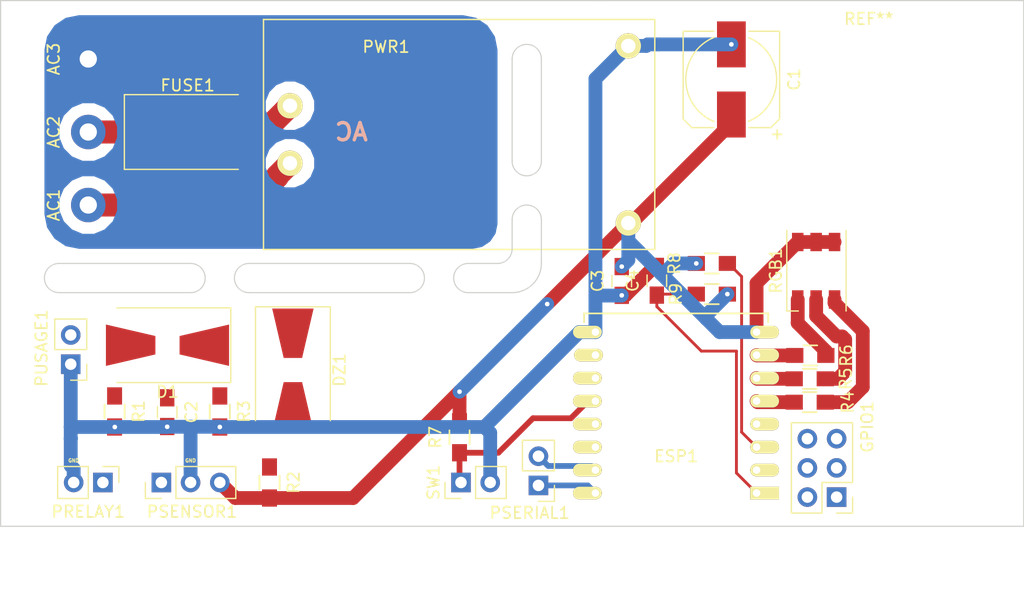
<source format=kicad_pcb>
(kicad_pcb (version 4) (host pcbnew 4.0.5)

  (general
    (links 52)
    (no_connects 14)
    (area 93.929999 59.639999 182.930001 105.460001)
    (thickness 1.6)
    (drawings 28)
    (tracks 122)
    (zones 0)
    (modules 29)
    (nets 25)
  )

  (page A4)
  (layers
    (0 F.Cu signal)
    (31 B.Cu signal)
    (33 F.Adhes user)
    (35 F.Paste user)
    (36 B.SilkS user)
    (37 F.SilkS user)
    (38 B.Mask user)
    (39 F.Mask user)
    (40 Dwgs.User user)
    (41 Cmts.User user)
    (42 Eco1.User user)
    (43 Eco2.User user)
    (44 Edge.Cuts user)
    (45 Margin user)
    (47 F.CrtYd user)
    (49 F.Fab user)
  )

  (setup
    (last_trace_width 0.25)
    (trace_clearance 0.2)
    (zone_clearance 0.01)
    (zone_45_only no)
    (trace_min 0.2)
    (segment_width 0.2)
    (edge_width 0.1)
    (via_size 0.6)
    (via_drill 0.4)
    (via_min_size 0.4)
    (via_min_drill 0.3)
    (uvia_size 0.3)
    (uvia_drill 0.1)
    (uvias_allowed no)
    (uvia_min_size 0.2)
    (uvia_min_drill 0.1)
    (pcb_text_width 0.3)
    (pcb_text_size 1.5 1.5)
    (mod_edge_width 0.15)
    (mod_text_size 1 1)
    (mod_text_width 0.15)
    (pad_size 1.5 1.5)
    (pad_drill 0.6)
    (pad_to_mask_clearance 0)
    (aux_axis_origin 0 0)
    (visible_elements FFFFFF7F)
    (pcbplotparams
      (layerselection 0x010f0_80000001)
      (usegerberextensions false)
      (excludeedgelayer true)
      (linewidth 0.100000)
      (plotframeref false)
      (viasonmask false)
      (mode 1)
      (useauxorigin false)
      (hpglpennumber 1)
      (hpglpenspeed 20)
      (hpglpendiameter 15)
      (hpglpenoverlay 2)
      (psnegative false)
      (psa4output false)
      (plotreference true)
      (plotvalue true)
      (plotinvisibletext false)
      (padsonsilk false)
      (subtractmaskfromsilk false)
      (outputformat 1)
      (mirror false)
      (drillshape 0)
      (scaleselection 1)
      (outputdirectory plot))
  )

  (net 0 "")
  (net 1 "Net-(AC1-Pad1)")
  (net 2 "Net-(AC2-Pad1)")
  (net 3 "Net-(AC3-Pad1)")
  (net 4 +3V3)
  (net 5 GND)
  (net 6 "Net-(C2-Pad1)")
  (net 7 "Net-(C4-Pad1)")
  (net 8 "Net-(D1-Pad2)")
  (net 9 "Net-(ESP1-Pad3)")
  (net 10 "Net-(ESP1-Pad4)")
  (net 11 "Net-(ESP1-Pad5)")
  (net 12 "Net-(ESP1-Pad6)")
  (net 13 "Net-(ESP1-Pad7)")
  (net 14 "Net-(ESP1-Pad10)")
  (net 15 "Net-(ESP1-Pad11)")
  (net 16 "Net-(ESP1-Pad12)")
  (net 17 "Net-(ESP1-Pad13)")
  (net 18 "Net-(ESP1-Pad14)")
  (net 19 "Net-(ESP1-Pad15)")
  (net 20 "Net-(ESP1-Pad16)")
  (net 21 "Net-(FUSE1-Pad2)")
  (net 22 "Net-(R4-Pad2)")
  (net 23 "Net-(R5-Pad2)")
  (net 24 "Net-(R6-Pad2)")

  (net_class Default "This is the default net class."
    (clearance 0.2)
    (trace_width 0.25)
    (via_dia 0.6)
    (via_drill 0.4)
    (uvia_dia 0.3)
    (uvia_drill 0.1)
    (add_net "Net-(C2-Pad1)")
    (add_net "Net-(C4-Pad1)")
    (add_net "Net-(D1-Pad2)")
    (add_net "Net-(ESP1-Pad10)")
    (add_net "Net-(ESP1-Pad11)")
    (add_net "Net-(ESP1-Pad12)")
    (add_net "Net-(ESP1-Pad13)")
    (add_net "Net-(ESP1-Pad14)")
    (add_net "Net-(ESP1-Pad15)")
    (add_net "Net-(ESP1-Pad16)")
    (add_net "Net-(ESP1-Pad3)")
    (add_net "Net-(ESP1-Pad4)")
  )

  (net_class 3v ""
    (clearance 0.33)
    (trace_width 1.2)
    (via_dia 0.6)
    (via_drill 0.4)
    (uvia_dia 0.3)
    (uvia_drill 0.1)
    (add_net +3V3)
    (add_net "Net-(ESP1-Pad5)")
    (add_net "Net-(ESP1-Pad6)")
    (add_net "Net-(ESP1-Pad7)")
    (add_net "Net-(R4-Pad2)")
    (add_net "Net-(R5-Pad2)")
    (add_net "Net-(R6-Pad2)")
  )

  (net_class AC ""
    (clearance 1)
    (trace_width 2)
    (via_dia 0.6)
    (via_drill 0.4)
    (uvia_dia 0.3)
    (uvia_drill 0.1)
    (add_net "Net-(AC1-Pad1)")
    (add_net "Net-(AC2-Pad1)")
    (add_net "Net-(AC3-Pad1)")
    (add_net "Net-(FUSE1-Pad2)")
  )

  (net_class GND ""
    (clearance 0.33)
    (trace_width 1.2)
    (via_dia 0.6)
    (via_drill 0.4)
    (uvia_dia 0.3)
    (uvia_drill 0.1)
    (add_net GND)
  )

  (module Power_Supply:HLK-PM03 (layer F.Cu) (tedit 57DB3A53) (tstamp 58A17367)
    (at 133.826 71.334)
    (path /589844A1)
    (fp_text reference PWR1 (at -6.35 -7.62) (layer F.SilkS)
      (effects (font (size 1 1) (thickness 0.15)))
    )
    (fp_text value HLK-PM03 (at -7.62 7.62) (layer F.Fab)
      (effects (font (size 1 1) (thickness 0.15)))
    )
    (fp_line (start 17 10) (end 17 -10) (layer F.SilkS) (width 0.127))
    (fp_line (start -17 -10) (end -17 10) (layer F.SilkS) (width 0.127))
    (fp_line (start -17 10) (end 17 10) (layer F.SilkS) (width 0.127))
    (fp_line (start 17 -10) (end -17 -10) (layer F.SilkS) (width 0.127))
    (pad 1 thru_hole circle (at -14.7 -2.5) (size 2.2 2.2) (drill 1.25) (layers *.Cu *.Mask F.SilkS)
      (net 21 "Net-(FUSE1-Pad2)"))
    (pad 2 thru_hole circle (at -14.7 2.5) (size 2.2 2.2) (drill 1.25) (layers *.Cu *.Mask F.SilkS)
      (net 1 "Net-(AC1-Pad1)"))
    (pad 3 thru_hole circle (at 14.7 -7.7) (size 2.2 2.2) (drill 1.25) (layers *.Cu *.Mask F.SilkS)
      (net 5 GND))
    (pad 4 thru_hole circle (at 14.7 7.7) (size 2.2 2.2) (drill 1.25) (layers *.Cu *.Mask F.SilkS)
      (net 4 +3V3))
    (model C:/Engineering/KiCAD_Libraries/3D/Power_Supplies/AC_DC_Converters/VRML/HiLink_HLK-PM03.wrl
      (at (xyz 0 0 0))
      (scale (xyz 1 1 1))
      (rotate (xyz 0 0 0))
    )
  )

  (module Measurement_Points:Measurement_Point_Round-TH_Big (layer F.Cu) (tedit 56C35F03) (tstamp 58A172F4)
    (at 101.6 77.47 90)
    (descr "Mesurement Point, Round, Trough Hole,  DM 3mm, Drill 1.5mm,")
    (tags "Mesurement Point Round Trough Hole 3mm 1.5mm")
    (path /58A183E7)
    (attr virtual)
    (fp_text reference AC1 (at 0 -3 90) (layer F.SilkS)
      (effects (font (size 1 1) (thickness 0.15)))
    )
    (fp_text value AC_P (at 0 3 90) (layer F.Fab)
      (effects (font (size 1 1) (thickness 0.15)))
    )
    (fp_circle (center 0 0) (end 1.75 0) (layer F.CrtYd) (width 0.05))
    (pad 1 thru_hole circle (at 0 0 90) (size 3 3) (drill 1.5) (layers *.Cu *.Mask)
      (net 1 "Net-(AC1-Pad1)"))
  )

  (module Measurement_Points:Measurement_Point_Round-TH_Big (layer F.Cu) (tedit 56C35F03) (tstamp 58A172F9)
    (at 101.6 71.12 90)
    (descr "Mesurement Point, Round, Trough Hole,  DM 3mm, Drill 1.5mm,")
    (tags "Mesurement Point Round Trough Hole 3mm 1.5mm")
    (path /58A18576)
    (attr virtual)
    (fp_text reference AC2 (at 0 -3 90) (layer F.SilkS)
      (effects (font (size 1 1) (thickness 0.15)))
    )
    (fp_text value AC_A (at 0 3 90) (layer F.Fab)
      (effects (font (size 1 1) (thickness 0.15)))
    )
    (fp_circle (center 0 0) (end 1.75 0) (layer F.CrtYd) (width 0.05))
    (pad 1 thru_hole circle (at 0 0 90) (size 3 3) (drill 1.5) (layers *.Cu *.Mask)
      (net 2 "Net-(AC2-Pad1)"))
  )

  (module Measurement_Points:Measurement_Point_Square-TH_Big (layer F.Cu) (tedit 56C36076) (tstamp 58A172FE)
    (at 101.6 64.77 90)
    (descr "Mesurement Point, Square, Trough Hole,  3mm x 3mm, Drill 1.5mm,")
    (tags "Mesurement Point Square Trough Hole 3x3mm Drill 1.5mm")
    (path /58A185EC)
    (attr virtual)
    (fp_text reference AC3 (at 0 -3 90) (layer F.SilkS)
      (effects (font (size 1 1) (thickness 0.15)))
    )
    (fp_text value AC_E (at 0 3 90) (layer F.Fab)
      (effects (font (size 1 1) (thickness 0.15)))
    )
    (fp_line (start -1.75 -1.75) (end 1.75 -1.75) (layer F.CrtYd) (width 0.05))
    (fp_line (start 1.75 -1.75) (end 1.75 1.75) (layer F.CrtYd) (width 0.05))
    (fp_line (start 1.75 1.75) (end -1.75 1.75) (layer F.CrtYd) (width 0.05))
    (fp_line (start -1.75 1.75) (end -1.75 -1.75) (layer F.CrtYd) (width 0.05))
    (pad 1 thru_hole rect (at 0 0 90) (size 3 3) (drill 1.5) (layers *.Cu *.Mask)
      (net 3 "Net-(AC3-Pad1)"))
  )

  (module Capacitors_SMD:CP_Elec_8x10.5 (layer F.Cu) (tedit 57FA468B) (tstamp 58A17304)
    (at 157.48 66.55 90)
    (descr "SMT capacitor, aluminium electrolytic, 8x10.5")
    (path /589845E1)
    (attr smd)
    (fp_text reference C1 (at 0 5.4483 90) (layer F.SilkS)
      (effects (font (size 1 1) (thickness 0.15)))
    )
    (fp_text value 100uF (at 0 -5.4483 90) (layer F.Fab)
      (effects (font (size 1 1) (thickness 0.15)))
    )
    (fp_line (start 4.0386 4.0386) (end 4.0386 -4.0386) (layer F.Fab) (width 0.1))
    (fp_line (start -3.3655 4.0386) (end 4.0386 4.0386) (layer F.Fab) (width 0.1))
    (fp_line (start -4.0386 3.3655) (end -3.3655 4.0386) (layer F.Fab) (width 0.1))
    (fp_line (start -4.0386 -3.3655) (end -4.0386 3.3655) (layer F.Fab) (width 0.1))
    (fp_line (start -3.3655 -4.0386) (end -4.0386 -3.3655) (layer F.Fab) (width 0.1))
    (fp_line (start 4.0386 -4.0386) (end -3.3655 -4.0386) (layer F.Fab) (width 0.1))
    (fp_text user + (at -2.2733 -0.0762 90) (layer F.Fab)
      (effects (font (size 1 1) (thickness 0.15)))
    )
    (fp_arc (start 0 0) (end 3.6322 1.5113) (angle 134.8591484) (layer F.SilkS) (width 0.12))
    (fp_arc (start 0 0) (end -3.6576 -1.5113) (angle 135.1294305) (layer F.SilkS) (width 0.12))
    (fp_line (start -4.191 3.429) (end -4.191 1.5113) (layer F.SilkS) (width 0.12))
    (fp_line (start -4.191 -3.429) (end -4.191 -1.5113) (layer F.SilkS) (width 0.12))
    (fp_line (start 4.191 4.191) (end 4.191 1.5113) (layer F.SilkS) (width 0.12))
    (fp_line (start 4.191 -4.191) (end 4.191 -1.5113) (layer F.SilkS) (width 0.12))
    (fp_text user + (at -4.7752 3.9116 90) (layer F.SilkS)
      (effects (font (size 1 1) (thickness 0.15)))
    )
    (fp_line (start 5.35 -4.55) (end -5.35 -4.55) (layer F.CrtYd) (width 0.05))
    (fp_line (start -5.35 -4.55) (end -5.35 4.55) (layer F.CrtYd) (width 0.05))
    (fp_line (start -5.35 4.55) (end 5.35 4.55) (layer F.CrtYd) (width 0.05))
    (fp_line (start 5.35 4.55) (end 5.35 -4.55) (layer F.CrtYd) (width 0.05))
    (fp_line (start 4.191 4.191) (end -3.429 4.191) (layer F.SilkS) (width 0.12))
    (fp_line (start -3.429 4.191) (end -4.191 3.429) (layer F.SilkS) (width 0.12))
    (fp_line (start -4.191 -3.429) (end -3.429 -4.191) (layer F.SilkS) (width 0.12))
    (fp_line (start -3.429 -4.191) (end 4.191 -4.191) (layer F.SilkS) (width 0.12))
    (pad 1 smd rect (at -3.05 0 270) (size 4 2.5) (layers F.Cu F.Paste F.Mask)
      (net 4 +3V3))
    (pad 2 smd rect (at 3.05 0 270) (size 4 2.5) (layers F.Cu F.Paste F.Mask)
      (net 5 GND))
    (model Capacitors_SMD.3dshapes/CP_Elec_8x10.5.wrl
      (at (xyz 0 0 0))
      (scale (xyz 1 1 1))
      (rotate (xyz 0 0 180))
    )
  )

  (module Capacitors_SMD:C_0805_HandSoldering (layer F.Cu) (tedit 541A9B8D) (tstamp 58A1730A)
    (at 108.458 95.484 270)
    (descr "Capacitor SMD 0805, hand soldering")
    (tags "capacitor 0805")
    (path /58989C7A)
    (attr smd)
    (fp_text reference C2 (at 0 -2.1 270) (layer F.SilkS)
      (effects (font (size 1 1) (thickness 0.15)))
    )
    (fp_text value CAP (at 0 2.1 270) (layer F.Fab)
      (effects (font (size 1 1) (thickness 0.15)))
    )
    (fp_line (start -1 0.625) (end -1 -0.625) (layer F.Fab) (width 0.1))
    (fp_line (start 1 0.625) (end -1 0.625) (layer F.Fab) (width 0.1))
    (fp_line (start 1 -0.625) (end 1 0.625) (layer F.Fab) (width 0.1))
    (fp_line (start -1 -0.625) (end 1 -0.625) (layer F.Fab) (width 0.1))
    (fp_line (start -2.3 -1) (end 2.3 -1) (layer F.CrtYd) (width 0.05))
    (fp_line (start -2.3 1) (end 2.3 1) (layer F.CrtYd) (width 0.05))
    (fp_line (start -2.3 -1) (end -2.3 1) (layer F.CrtYd) (width 0.05))
    (fp_line (start 2.3 -1) (end 2.3 1) (layer F.CrtYd) (width 0.05))
    (fp_line (start 0.5 -0.85) (end -0.5 -0.85) (layer F.SilkS) (width 0.12))
    (fp_line (start -0.5 0.85) (end 0.5 0.85) (layer F.SilkS) (width 0.12))
    (pad 1 smd rect (at -1.25 0 270) (size 1.5 1.25) (layers F.Cu F.Paste F.Mask)
      (net 6 "Net-(C2-Pad1)"))
    (pad 2 smd rect (at 1.25 0 270) (size 1.5 1.25) (layers F.Cu F.Paste F.Mask)
      (net 5 GND))
    (model Capacitors_SMD.3dshapes/C_0805_HandSoldering.wrl
      (at (xyz 0 0 0))
      (scale (xyz 1 1 1))
      (rotate (xyz 0 0 0))
    )
  )

  (module Capacitors_SMD:C_0805_HandSoldering (layer F.Cu) (tedit 541A9B8D) (tstamp 58A17310)
    (at 147.955 84.074 90)
    (descr "Capacitor SMD 0805, hand soldering")
    (tags "capacitor 0805")
    (path /58984694)
    (attr smd)
    (fp_text reference C3 (at 0 -2.1 90) (layer F.SilkS)
      (effects (font (size 1 1) (thickness 0.15)))
    )
    (fp_text value 100nF (at 0 2.1 90) (layer F.Fab)
      (effects (font (size 1 1) (thickness 0.15)))
    )
    (fp_line (start -1 0.625) (end -1 -0.625) (layer F.Fab) (width 0.1))
    (fp_line (start 1 0.625) (end -1 0.625) (layer F.Fab) (width 0.1))
    (fp_line (start 1 -0.625) (end 1 0.625) (layer F.Fab) (width 0.1))
    (fp_line (start -1 -0.625) (end 1 -0.625) (layer F.Fab) (width 0.1))
    (fp_line (start -2.3 -1) (end 2.3 -1) (layer F.CrtYd) (width 0.05))
    (fp_line (start -2.3 1) (end 2.3 1) (layer F.CrtYd) (width 0.05))
    (fp_line (start -2.3 -1) (end -2.3 1) (layer F.CrtYd) (width 0.05))
    (fp_line (start 2.3 -1) (end 2.3 1) (layer F.CrtYd) (width 0.05))
    (fp_line (start 0.5 -0.85) (end -0.5 -0.85) (layer F.SilkS) (width 0.12))
    (fp_line (start -0.5 0.85) (end 0.5 0.85) (layer F.SilkS) (width 0.12))
    (pad 1 smd rect (at -1.25 0 90) (size 1.5 1.25) (layers F.Cu F.Paste F.Mask)
      (net 5 GND))
    (pad 2 smd rect (at 1.25 0 90) (size 1.5 1.25) (layers F.Cu F.Paste F.Mask)
      (net 4 +3V3))
    (model Capacitors_SMD.3dshapes/C_0805_HandSoldering.wrl
      (at (xyz 0 0 0))
      (scale (xyz 1 1 1))
      (rotate (xyz 0 0 0))
    )
  )

  (module Capacitors_SMD:C_0805_HandSoldering (layer F.Cu) (tedit 541A9B8D) (tstamp 58A17316)
    (at 151.003 84.054 90)
    (descr "Capacitor SMD 0805, hand soldering")
    (tags "capacitor 0805")
    (path /5899053E)
    (attr smd)
    (fp_text reference C4 (at 0 -2.1 90) (layer F.SilkS)
      (effects (font (size 1 1) (thickness 0.15)))
    )
    (fp_text value 470nF (at 0 2.1 90) (layer F.Fab)
      (effects (font (size 1 1) (thickness 0.15)))
    )
    (fp_line (start -1 0.625) (end -1 -0.625) (layer F.Fab) (width 0.1))
    (fp_line (start 1 0.625) (end -1 0.625) (layer F.Fab) (width 0.1))
    (fp_line (start 1 -0.625) (end 1 0.625) (layer F.Fab) (width 0.1))
    (fp_line (start -1 -0.625) (end 1 -0.625) (layer F.Fab) (width 0.1))
    (fp_line (start -2.3 -1) (end 2.3 -1) (layer F.CrtYd) (width 0.05))
    (fp_line (start -2.3 1) (end 2.3 1) (layer F.CrtYd) (width 0.05))
    (fp_line (start -2.3 -1) (end -2.3 1) (layer F.CrtYd) (width 0.05))
    (fp_line (start 2.3 -1) (end 2.3 1) (layer F.CrtYd) (width 0.05))
    (fp_line (start 0.5 -0.85) (end -0.5 -0.85) (layer F.SilkS) (width 0.12))
    (fp_line (start -0.5 0.85) (end 0.5 0.85) (layer F.SilkS) (width 0.12))
    (pad 1 smd rect (at -1.25 0 90) (size 1.5 1.25) (layers F.Cu F.Paste F.Mask)
      (net 7 "Net-(C4-Pad1)"))
    (pad 2 smd rect (at 1.25 0 90) (size 1.5 1.25) (layers F.Cu F.Paste F.Mask)
      (net 5 GND))
    (model Capacitors_SMD.3dshapes/C_0805_HandSoldering.wrl
      (at (xyz 0 0 0))
      (scale (xyz 1 1 1))
      (rotate (xyz 0 0 0))
    )
  )

  (module Diodes_SMD:D_SMB-SMC_Universal_Handsoldering (layer F.Cu) (tedit 586436A6) (tstamp 58A1731C)
    (at 108.483 89.662 180)
    (descr "Diode, Universal, SMB, SMC, Handsoldering,")
    (tags "Diode Universal SMB SMC Handsoldering ")
    (path /58989697)
    (attr smd)
    (fp_text reference D1 (at 0 -4.05 180) (layer F.SilkS)
      (effects (font (size 1 1) (thickness 0.15)))
    )
    (fp_text value D (at 0 4.1 180) (layer F.Fab)
      (effects (font (size 1 1) (thickness 0.15)))
    )
    (fp_line (start -5.5 3.25) (end -5.5 -3.25) (layer F.SilkS) (width 0.12))
    (fp_line (start 3.55 3.1) (end -3.55 3.1) (layer F.Fab) (width 0.1))
    (fp_line (start -3.55 3.1) (end -3.55 -3.1) (layer F.Fab) (width 0.1))
    (fp_line (start 3.55 -3.1) (end 3.55 3.1) (layer F.Fab) (width 0.1))
    (fp_line (start 3.55 -3.1) (end -3.55 -3.1) (layer F.Fab) (width 0.1))
    (fp_line (start 2.3 2) (end -2.3 2) (layer F.Fab) (width 0.1))
    (fp_line (start -2.3 2) (end -2.3 -2) (layer F.Fab) (width 0.1))
    (fp_line (start 2.3 -2) (end 2.3 2) (layer F.Fab) (width 0.1))
    (fp_line (start 2.3 -2) (end -2.3 -2) (layer F.Fab) (width 0.1))
    (fp_line (start -5.6 -3.35) (end 5.6 -3.35) (layer F.CrtYd) (width 0.05))
    (fp_line (start 5.6 -3.35) (end 5.6 3.35) (layer F.CrtYd) (width 0.05))
    (fp_line (start 5.6 3.35) (end -5.6 3.35) (layer F.CrtYd) (width 0.05))
    (fp_line (start -5.6 3.35) (end -5.6 -3.35) (layer F.CrtYd) (width 0.05))
    (fp_line (start -0.64944 0.00102) (end -1.55114 0.00102) (layer F.Fab) (width 0.1))
    (fp_line (start 0.50118 0.00102) (end 1.4994 0.00102) (layer F.Fab) (width 0.1))
    (fp_line (start -0.64944 -0.79908) (end -0.64944 0.80112) (layer F.Fab) (width 0.1))
    (fp_line (start 0.50118 0.75032) (end 0.50118 -0.79908) (layer F.Fab) (width 0.1))
    (fp_line (start -0.64944 0.00102) (end 0.50118 0.75032) (layer F.Fab) (width 0.1))
    (fp_line (start -0.64944 0.00102) (end 0.50118 -0.79908) (layer F.Fab) (width 0.1))
    (fp_line (start -5.5 3.25) (end 4.4 3.25) (layer F.SilkS) (width 0.12))
    (fp_line (start -5.5 -3.25) (end 4.4 -3.25) (layer F.SilkS) (width 0.12))
    (pad 1 smd trapezoid (at -3.2 0 180) (size 4.3 2.6) (rect_delta 1 0 ) (layers F.Cu F.Paste F.Mask)
      (net 6 "Net-(C2-Pad1)"))
    (pad 2 smd trapezoid (at 3.2 0) (size 4.3 2.6) (rect_delta 1 0 ) (layers F.Cu F.Paste F.Mask)
      (net 8 "Net-(D1-Pad2)"))
    (model Diodes_SMD.3dshapes/D_SMB-SMC_Universal_Handsoldering.wrl
      (at (xyz 0 0 0))
      (scale (xyz 0.3937 0.3937 0.3937))
      (rotate (xyz 0 0 180))
    )
  )

  (module Diodes_SMD:D_SMB-SMC_Universal_Handsoldering (layer F.Cu) (tedit 586436A6) (tstamp 58A17322)
    (at 119.38 91.821 270)
    (descr "Diode, Universal, SMB, SMC, Handsoldering,")
    (tags "Diode Universal SMB SMC Handsoldering ")
    (path /589894DE)
    (attr smd)
    (fp_text reference DZ1 (at 0 -4.05 270) (layer F.SilkS)
      (effects (font (size 1 1) (thickness 0.15)))
    )
    (fp_text value 3v (at 0 4.1 270) (layer F.Fab)
      (effects (font (size 1 1) (thickness 0.15)))
    )
    (fp_line (start -5.5 3.25) (end -5.5 -3.25) (layer F.SilkS) (width 0.12))
    (fp_line (start 3.55 3.1) (end -3.55 3.1) (layer F.Fab) (width 0.1))
    (fp_line (start -3.55 3.1) (end -3.55 -3.1) (layer F.Fab) (width 0.1))
    (fp_line (start 3.55 -3.1) (end 3.55 3.1) (layer F.Fab) (width 0.1))
    (fp_line (start 3.55 -3.1) (end -3.55 -3.1) (layer F.Fab) (width 0.1))
    (fp_line (start 2.3 2) (end -2.3 2) (layer F.Fab) (width 0.1))
    (fp_line (start -2.3 2) (end -2.3 -2) (layer F.Fab) (width 0.1))
    (fp_line (start 2.3 -2) (end 2.3 2) (layer F.Fab) (width 0.1))
    (fp_line (start 2.3 -2) (end -2.3 -2) (layer F.Fab) (width 0.1))
    (fp_line (start -5.6 -3.35) (end 5.6 -3.35) (layer F.CrtYd) (width 0.05))
    (fp_line (start 5.6 -3.35) (end 5.6 3.35) (layer F.CrtYd) (width 0.05))
    (fp_line (start 5.6 3.35) (end -5.6 3.35) (layer F.CrtYd) (width 0.05))
    (fp_line (start -5.6 3.35) (end -5.6 -3.35) (layer F.CrtYd) (width 0.05))
    (fp_line (start -0.64944 0.00102) (end -1.55114 0.00102) (layer F.Fab) (width 0.1))
    (fp_line (start 0.50118 0.00102) (end 1.4994 0.00102) (layer F.Fab) (width 0.1))
    (fp_line (start -0.64944 -0.79908) (end -0.64944 0.80112) (layer F.Fab) (width 0.1))
    (fp_line (start 0.50118 0.75032) (end 0.50118 -0.79908) (layer F.Fab) (width 0.1))
    (fp_line (start -0.64944 0.00102) (end 0.50118 0.75032) (layer F.Fab) (width 0.1))
    (fp_line (start -0.64944 0.00102) (end 0.50118 -0.79908) (layer F.Fab) (width 0.1))
    (fp_line (start -5.5 3.25) (end 4.4 3.25) (layer F.SilkS) (width 0.12))
    (fp_line (start -5.5 -3.25) (end 4.4 -3.25) (layer F.SilkS) (width 0.12))
    (pad 1 smd trapezoid (at -3.2 0 270) (size 4.3 2.6) (rect_delta 1 0 ) (layers F.Cu F.Paste F.Mask))
    (pad 2 smd trapezoid (at 3.2 0 90) (size 4.3 2.6) (rect_delta 1 0 ) (layers F.Cu F.Paste F.Mask))
    (model Diodes_SMD.3dshapes/D_SMB-SMC_Universal_Handsoldering.wrl
      (at (xyz 0 0 0))
      (scale (xyz 0.3937 0.3937 0.3937))
      (rotate (xyz 0 0 180))
    )
  )

  (module ESP8266:ESP-12 (layer F.Cu) (tedit 55BE5912) (tstamp 58A17336)
    (at 159.669 102.519 180)
    (descr "Module, ESP-8266, ESP-12, 16 pad, SMD")
    (tags "Module ESP-8266 ESP8266")
    (path /58984542)
    (fp_text reference ESP1 (at 6.985 3.205 180) (layer F.SilkS)
      (effects (font (size 1 1) (thickness 0.15)))
    )
    (fp_text value ESP-12 (at 6.992 1 180) (layer F.Fab)
      (effects (font (size 1 1) (thickness 0.15)))
    )
    (fp_line (start -2.25 -0.5) (end -2.25 -8.75) (layer F.CrtYd) (width 0.05))
    (fp_line (start -2.25 -8.75) (end 15.25 -8.75) (layer F.CrtYd) (width 0.05))
    (fp_line (start 15.25 -8.75) (end 16.25 -8.75) (layer F.CrtYd) (width 0.05))
    (fp_line (start 16.25 -8.75) (end 16.25 16) (layer F.CrtYd) (width 0.05))
    (fp_line (start 16.25 16) (end -2.25 16) (layer F.CrtYd) (width 0.05))
    (fp_line (start -2.25 16) (end -2.25 -0.5) (layer F.CrtYd) (width 0.05))
    (fp_line (start -1.016 -8.382) (end 14.986 -8.382) (layer F.CrtYd) (width 0.1524))
    (fp_line (start 14.986 -8.382) (end 14.986 -0.889) (layer F.CrtYd) (width 0.1524))
    (fp_line (start -1.016 -8.382) (end -1.016 -1.016) (layer F.CrtYd) (width 0.1524))
    (fp_line (start -1.016 14.859) (end -1.016 15.621) (layer F.SilkS) (width 0.1524))
    (fp_line (start -1.016 15.621) (end 14.986 15.621) (layer F.SilkS) (width 0.1524))
    (fp_line (start 14.986 15.621) (end 14.986 14.859) (layer F.SilkS) (width 0.1524))
    (fp_line (start 14.992 -8.4) (end -1.008 -2.6) (layer F.CrtYd) (width 0.1524))
    (fp_line (start -1.008 -8.4) (end 14.992 -2.6) (layer F.CrtYd) (width 0.1524))
    (fp_text user "No Copper" (at 6.892 -5.4 180) (layer F.CrtYd)
      (effects (font (size 1 1) (thickness 0.15)))
    )
    (fp_line (start -1.008 -2.6) (end 14.992 -2.6) (layer F.CrtYd) (width 0.1524))
    (fp_line (start 15 -8.4) (end 15 15.6) (layer F.Fab) (width 0.05))
    (fp_line (start 14.992 15.6) (end -1.008 15.6) (layer F.Fab) (width 0.05))
    (fp_line (start -1.008 15.6) (end -1.008 -8.4) (layer F.Fab) (width 0.05))
    (fp_line (start -1.008 -8.4) (end 14.992 -8.4) (layer F.Fab) (width 0.05))
    (pad 1 thru_hole rect (at 0 0 180) (size 2.5 1.1) (drill 0.65 (offset -0.7 0)) (layers *.Cu *.Mask F.SilkS)
      (net 7 "Net-(C4-Pad1)"))
    (pad 2 thru_hole oval (at 0 2 180) (size 2.5 1.1) (drill 0.65 (offset -0.7 0)) (layers *.Cu *.Mask F.SilkS)
      (net 6 "Net-(C2-Pad1)"))
    (pad 3 thru_hole oval (at 0 4 180) (size 2.5 1.1) (drill 0.65 (offset -0.7 0)) (layers *.Cu *.Mask F.SilkS)
      (net 9 "Net-(ESP1-Pad3)"))
    (pad 4 thru_hole oval (at 0 6 180) (size 2.5 1.1) (drill 0.65 (offset -0.7 0)) (layers *.Cu *.Mask F.SilkS)
      (net 10 "Net-(ESP1-Pad4)"))
    (pad 5 thru_hole oval (at 0 8 180) (size 2.5 1.1) (drill 0.65 (offset -0.7 0)) (layers *.Cu *.Mask F.SilkS)
      (net 11 "Net-(ESP1-Pad5)"))
    (pad 6 thru_hole oval (at 0 10 180) (size 2.5 1.1) (drill 0.65 (offset -0.7 0)) (layers *.Cu *.Mask F.SilkS)
      (net 12 "Net-(ESP1-Pad6)"))
    (pad 7 thru_hole oval (at 0 12 180) (size 2.5 1.1) (drill 0.65 (offset -0.7 0)) (layers *.Cu *.Mask F.SilkS)
      (net 13 "Net-(ESP1-Pad7)"))
    (pad 8 thru_hole oval (at 0 14 180) (size 2.5 1.1) (drill 0.65 (offset -0.7 0)) (layers *.Cu *.Mask F.SilkS)
      (net 4 +3V3))
    (pad 9 thru_hole oval (at 14 14 180) (size 2.5 1.1) (drill 0.65 (offset 0.7 0)) (layers *.Cu *.Mask F.SilkS)
      (net 5 GND))
    (pad 10 thru_hole oval (at 14 12 180) (size 2.5 1.1) (drill 0.65 (offset 0.6 0)) (layers *.Cu *.Mask F.SilkS)
      (net 14 "Net-(ESP1-Pad10)"))
    (pad 11 thru_hole oval (at 14 10 180) (size 2.5 1.1) (drill 0.65 (offset 0.7 0)) (layers *.Cu *.Mask F.SilkS)
      (net 15 "Net-(ESP1-Pad11)"))
    (pad 12 thru_hole oval (at 14 8 180) (size 2.5 1.1) (drill 0.65 (offset 0.7 0)) (layers *.Cu *.Mask F.SilkS)
      (net 16 "Net-(ESP1-Pad12)"))
    (pad 13 thru_hole oval (at 14 6 180) (size 2.5 1.1) (drill 0.65 (offset 0.7 0)) (layers *.Cu *.Mask F.SilkS)
      (net 17 "Net-(ESP1-Pad13)"))
    (pad 14 thru_hole oval (at 14 4 180) (size 2.5 1.1) (drill 0.65 (offset 0.7 0)) (layers *.Cu *.Mask F.SilkS)
      (net 18 "Net-(ESP1-Pad14)"))
    (pad 15 thru_hole oval (at 14 2 180) (size 2.5 1.1) (drill 0.65 (offset 0.7 0)) (layers *.Cu *.Mask F.SilkS)
      (net 19 "Net-(ESP1-Pad15)"))
    (pad 16 thru_hole oval (at 14 0 180) (size 2.5 1.1) (drill 0.65 (offset 0.7 0)) (layers *.Cu *.Mask F.SilkS)
      (net 20 "Net-(ESP1-Pad16)"))
    (model ${ESPLIB}/ESP8266.3dshapes/ESP-12.wrl
      (at (xyz 0 0 0))
      (scale (xyz 0.3937 0.3937 0.3937))
      (rotate (xyz 0 0 0))
    )
  )

  (module Diodes_SMD:D_SMB-SMC_Universal_Handsoldering (layer F.Cu) (tedit 586436A6) (tstamp 58A1733C)
    (at 110.236 71.12)
    (descr "Diode, Universal, SMB, SMC, Handsoldering,")
    (tags "Diode Universal SMB SMC Handsoldering ")
    (path /58986FE2)
    (attr smd)
    (fp_text reference FUSE1 (at 0 -4.05) (layer F.SilkS)
      (effects (font (size 1 1) (thickness 0.15)))
    )
    (fp_text value 250mA (at 0 4.1) (layer F.Fab)
      (effects (font (size 1 1) (thickness 0.15)))
    )
    (fp_line (start -5.5 3.25) (end -5.5 -3.25) (layer F.SilkS) (width 0.12))
    (fp_line (start 3.55 3.1) (end -3.55 3.1) (layer F.Fab) (width 0.1))
    (fp_line (start -3.55 3.1) (end -3.55 -3.1) (layer F.Fab) (width 0.1))
    (fp_line (start 3.55 -3.1) (end 3.55 3.1) (layer F.Fab) (width 0.1))
    (fp_line (start 3.55 -3.1) (end -3.55 -3.1) (layer F.Fab) (width 0.1))
    (fp_line (start 2.3 2) (end -2.3 2) (layer F.Fab) (width 0.1))
    (fp_line (start -2.3 2) (end -2.3 -2) (layer F.Fab) (width 0.1))
    (fp_line (start 2.3 -2) (end 2.3 2) (layer F.Fab) (width 0.1))
    (fp_line (start 2.3 -2) (end -2.3 -2) (layer F.Fab) (width 0.1))
    (fp_line (start -5.6 -3.35) (end 5.6 -3.35) (layer F.CrtYd) (width 0.05))
    (fp_line (start 5.6 -3.35) (end 5.6 3.35) (layer F.CrtYd) (width 0.05))
    (fp_line (start 5.6 3.35) (end -5.6 3.35) (layer F.CrtYd) (width 0.05))
    (fp_line (start -5.6 3.35) (end -5.6 -3.35) (layer F.CrtYd) (width 0.05))
    (fp_line (start -0.64944 0.00102) (end -1.55114 0.00102) (layer F.Fab) (width 0.1))
    (fp_line (start 0.50118 0.00102) (end 1.4994 0.00102) (layer F.Fab) (width 0.1))
    (fp_line (start -0.64944 -0.79908) (end -0.64944 0.80112) (layer F.Fab) (width 0.1))
    (fp_line (start 0.50118 0.75032) (end 0.50118 -0.79908) (layer F.Fab) (width 0.1))
    (fp_line (start -0.64944 0.00102) (end 0.50118 0.75032) (layer F.Fab) (width 0.1))
    (fp_line (start -0.64944 0.00102) (end 0.50118 -0.79908) (layer F.Fab) (width 0.1))
    (fp_line (start -5.5 3.25) (end 4.4 3.25) (layer F.SilkS) (width 0.12))
    (fp_line (start -5.5 -3.25) (end 4.4 -3.25) (layer F.SilkS) (width 0.12))
    (pad 1 smd trapezoid (at -3.2 0) (size 4.3 2.6) (rect_delta 1 0 ) (layers F.Cu F.Paste F.Mask)
      (net 2 "Net-(AC2-Pad1)"))
    (pad 2 smd trapezoid (at 3.2 0 180) (size 4.3 2.6) (rect_delta 1 0 ) (layers F.Cu F.Paste F.Mask)
      (net 21 "Net-(FUSE1-Pad2)"))
    (model Diodes_SMD.3dshapes/D_SMB-SMC_Universal_Handsoldering.wrl
      (at (xyz 0 0 0))
      (scale (xyz 0.3937 0.3937 0.3937))
      (rotate (xyz 0 0 180))
    )
  )

  (module Pin_Headers:Pin_Header_Straight_2x03_Pitch2.54mm (layer F.Cu) (tedit 5862ED53) (tstamp 58A17346)
    (at 166.624 102.87 180)
    (descr "Through hole straight pin header, 2x03, 2.54mm pitch, double rows")
    (tags "Through hole pin header THT 2x03 2.54mm double row")
    (path /58991B8E)
    (fp_text reference GPIO1 (at -2.667 6.096 270) (layer F.SilkS)
      (effects (font (size 1 1) (thickness 0.15)))
    )
    (fp_text value GPIO (at 1.27 7.47 180) (layer F.Fab)
      (effects (font (size 1 1) (thickness 0.15)))
    )
    (fp_line (start -1.27 -1.27) (end -1.27 6.35) (layer F.Fab) (width 0.1))
    (fp_line (start -1.27 6.35) (end 3.81 6.35) (layer F.Fab) (width 0.1))
    (fp_line (start 3.81 6.35) (end 3.81 -1.27) (layer F.Fab) (width 0.1))
    (fp_line (start 3.81 -1.27) (end -1.27 -1.27) (layer F.Fab) (width 0.1))
    (fp_line (start -1.39 1.27) (end -1.39 6.47) (layer F.SilkS) (width 0.12))
    (fp_line (start -1.39 6.47) (end 3.93 6.47) (layer F.SilkS) (width 0.12))
    (fp_line (start 3.93 6.47) (end 3.93 -1.39) (layer F.SilkS) (width 0.12))
    (fp_line (start 3.93 -1.39) (end 1.27 -1.39) (layer F.SilkS) (width 0.12))
    (fp_line (start 1.27 -1.39) (end 1.27 1.27) (layer F.SilkS) (width 0.12))
    (fp_line (start 1.27 1.27) (end -1.39 1.27) (layer F.SilkS) (width 0.12))
    (fp_line (start -1.39 0) (end -1.39 -1.39) (layer F.SilkS) (width 0.12))
    (fp_line (start -1.39 -1.39) (end 0 -1.39) (layer F.SilkS) (width 0.12))
    (fp_line (start -1.6 -1.6) (end -1.6 6.6) (layer F.CrtYd) (width 0.05))
    (fp_line (start -1.6 6.6) (end 4.1 6.6) (layer F.CrtYd) (width 0.05))
    (fp_line (start 4.1 6.6) (end 4.1 -1.6) (layer F.CrtYd) (width 0.05))
    (fp_line (start 4.1 -1.6) (end -1.6 -1.6) (layer F.CrtYd) (width 0.05))
    (pad 1 thru_hole rect (at 0 0 180) (size 1.7 1.7) (drill 1) (layers *.Cu *.Mask)
      (net 17 "Net-(ESP1-Pad13)"))
    (pad 2 thru_hole oval (at 2.54 0 180) (size 1.7 1.7) (drill 1) (layers *.Cu *.Mask)
      (net 5 GND))
    (pad 3 thru_hole oval (at 0 2.54 180) (size 1.7 1.7) (drill 1) (layers *.Cu *.Mask)
      (net 18 "Net-(ESP1-Pad14)"))
    (pad 4 thru_hole oval (at 2.54 2.54 180) (size 1.7 1.7) (drill 1) (layers *.Cu *.Mask)
      (net 5 GND))
    (pad 5 thru_hole oval (at 0 5.08 180) (size 1.7 1.7) (drill 1) (layers *.Cu *.Mask)
      (net 10 "Net-(ESP1-Pad4)"))
    (pad 6 thru_hole oval (at 2.54 5.08 180) (size 1.7 1.7) (drill 1) (layers *.Cu *.Mask)
      (net 5 GND))
    (model Pin_Headers.3dshapes/Pin_Header_Straight_2x03_Pitch2.54mm.wrl
      (at (xyz 0.05 -0.1 0))
      (scale (xyz 1 1 1))
      (rotate (xyz 0 0 90))
    )
  )

  (module Pin_Headers:Pin_Header_Straight_1x02_Pitch2.54mm (layer F.Cu) (tedit 5862ED52) (tstamp 58A1734C)
    (at 102.87 101.6 270)
    (descr "Through hole straight pin header, 1x02, 2.54mm pitch, single row")
    (tags "Through hole pin header THT 1x02 2.54mm single row")
    (path /58984EEE)
    (fp_text reference PRELAY1 (at 2.54 1.27 360) (layer F.SilkS)
      (effects (font (size 1 1) (thickness 0.15)))
    )
    (fp_text value SSR (at 0 4.93 270) (layer F.Fab)
      (effects (font (size 1 1) (thickness 0.15)))
    )
    (fp_line (start -1.27 -1.27) (end -1.27 3.81) (layer F.Fab) (width 0.1))
    (fp_line (start -1.27 3.81) (end 1.27 3.81) (layer F.Fab) (width 0.1))
    (fp_line (start 1.27 3.81) (end 1.27 -1.27) (layer F.Fab) (width 0.1))
    (fp_line (start 1.27 -1.27) (end -1.27 -1.27) (layer F.Fab) (width 0.1))
    (fp_line (start -1.39 1.27) (end -1.39 3.93) (layer F.SilkS) (width 0.12))
    (fp_line (start -1.39 3.93) (end 1.39 3.93) (layer F.SilkS) (width 0.12))
    (fp_line (start 1.39 3.93) (end 1.39 1.27) (layer F.SilkS) (width 0.12))
    (fp_line (start 1.39 1.27) (end -1.39 1.27) (layer F.SilkS) (width 0.12))
    (fp_line (start -1.39 0) (end -1.39 -1.39) (layer F.SilkS) (width 0.12))
    (fp_line (start -1.39 -1.39) (end 0 -1.39) (layer F.SilkS) (width 0.12))
    (fp_line (start -1.6 -1.6) (end -1.6 4.1) (layer F.CrtYd) (width 0.05))
    (fp_line (start -1.6 4.1) (end 1.6 4.1) (layer F.CrtYd) (width 0.05))
    (fp_line (start 1.6 4.1) (end 1.6 -1.6) (layer F.CrtYd) (width 0.05))
    (fp_line (start 1.6 -1.6) (end -1.6 -1.6) (layer F.CrtYd) (width 0.05))
    (pad 1 thru_hole rect (at 0 0 270) (size 1.7 1.7) (drill 1) (layers *.Cu *.Mask)
      (net 14 "Net-(ESP1-Pad10)"))
    (pad 2 thru_hole oval (at 0 2.54 270) (size 1.7 1.7) (drill 1) (layers *.Cu *.Mask)
      (net 5 GND))
    (model Pin_Headers.3dshapes/Pin_Header_Straight_1x02_Pitch2.54mm.wrl
      (at (xyz 0 -0.05 0))
      (scale (xyz 1 1 1))
      (rotate (xyz 0 0 90))
    )
  )

  (module Pin_Headers:Pin_Header_Straight_1x03_Pitch2.54mm (layer F.Cu) (tedit 5862ED52) (tstamp 58A17353)
    (at 107.95 101.6 90)
    (descr "Through hole straight pin header, 1x03, 2.54mm pitch, single row")
    (tags "Through hole pin header THT 1x03 2.54mm single row")
    (path /58984B9B)
    (fp_text reference PSENSOR1 (at -2.54 2.667 180) (layer F.SilkS)
      (effects (font (size 1 1) (thickness 0.15)))
    )
    (fp_text value 1W_TEMP (at 0 7.47 90) (layer F.Fab)
      (effects (font (size 1 1) (thickness 0.15)))
    )
    (fp_line (start -1.27 -1.27) (end -1.27 6.35) (layer F.Fab) (width 0.1))
    (fp_line (start -1.27 6.35) (end 1.27 6.35) (layer F.Fab) (width 0.1))
    (fp_line (start 1.27 6.35) (end 1.27 -1.27) (layer F.Fab) (width 0.1))
    (fp_line (start 1.27 -1.27) (end -1.27 -1.27) (layer F.Fab) (width 0.1))
    (fp_line (start -1.39 1.27) (end -1.39 6.47) (layer F.SilkS) (width 0.12))
    (fp_line (start -1.39 6.47) (end 1.39 6.47) (layer F.SilkS) (width 0.12))
    (fp_line (start 1.39 6.47) (end 1.39 1.27) (layer F.SilkS) (width 0.12))
    (fp_line (start 1.39 1.27) (end -1.39 1.27) (layer F.SilkS) (width 0.12))
    (fp_line (start -1.39 0) (end -1.39 -1.39) (layer F.SilkS) (width 0.12))
    (fp_line (start -1.39 -1.39) (end 0 -1.39) (layer F.SilkS) (width 0.12))
    (fp_line (start -1.6 -1.6) (end -1.6 6.6) (layer F.CrtYd) (width 0.05))
    (fp_line (start -1.6 6.6) (end 1.6 6.6) (layer F.CrtYd) (width 0.05))
    (fp_line (start 1.6 6.6) (end 1.6 -1.6) (layer F.CrtYd) (width 0.05))
    (fp_line (start 1.6 -1.6) (end -1.6 -1.6) (layer F.CrtYd) (width 0.05))
    (pad 1 thru_hole rect (at 0 0 90) (size 1.7 1.7) (drill 1) (layers *.Cu *.Mask)
      (net 15 "Net-(ESP1-Pad11)"))
    (pad 2 thru_hole oval (at 0 2.54 90) (size 1.7 1.7) (drill 1) (layers *.Cu *.Mask)
      (net 5 GND))
    (pad 3 thru_hole oval (at 0 5.08 90) (size 1.7 1.7) (drill 1) (layers *.Cu *.Mask)
      (net 4 +3V3))
    (model Pin_Headers.3dshapes/Pin_Header_Straight_1x03_Pitch2.54mm.wrl
      (at (xyz 0 -0.1 0))
      (scale (xyz 1 1 1))
      (rotate (xyz 0 0 90))
    )
  )

  (module Pin_Headers:Pin_Header_Straight_1x02_Pitch2.54mm (layer F.Cu) (tedit 5862ED52) (tstamp 58A17359)
    (at 140.716 101.854 180)
    (descr "Through hole straight pin header, 1x02, 2.54mm pitch, single row")
    (tags "Through hole pin header THT 1x02 2.54mm single row")
    (path /5898A7C6)
    (fp_text reference PSERIAL1 (at 0.762 -2.39 180) (layer F.SilkS)
      (effects (font (size 1 1) (thickness 0.15)))
    )
    (fp_text value SERIAL (at 0 5.08 180) (layer F.Fab)
      (effects (font (size 1 1) (thickness 0.15)))
    )
    (fp_line (start -1.27 -1.27) (end -1.27 3.81) (layer F.Fab) (width 0.1))
    (fp_line (start -1.27 3.81) (end 1.27 3.81) (layer F.Fab) (width 0.1))
    (fp_line (start 1.27 3.81) (end 1.27 -1.27) (layer F.Fab) (width 0.1))
    (fp_line (start 1.27 -1.27) (end -1.27 -1.27) (layer F.Fab) (width 0.1))
    (fp_line (start -1.39 1.27) (end -1.39 3.93) (layer F.SilkS) (width 0.12))
    (fp_line (start -1.39 3.93) (end 1.39 3.93) (layer F.SilkS) (width 0.12))
    (fp_line (start 1.39 3.93) (end 1.39 1.27) (layer F.SilkS) (width 0.12))
    (fp_line (start 1.39 1.27) (end -1.39 1.27) (layer F.SilkS) (width 0.12))
    (fp_line (start -1.39 0) (end -1.39 -1.39) (layer F.SilkS) (width 0.12))
    (fp_line (start -1.39 -1.39) (end 0 -1.39) (layer F.SilkS) (width 0.12))
    (fp_line (start -1.6 -1.6) (end -1.6 4.1) (layer F.CrtYd) (width 0.05))
    (fp_line (start -1.6 4.1) (end 1.6 4.1) (layer F.CrtYd) (width 0.05))
    (fp_line (start 1.6 4.1) (end 1.6 -1.6) (layer F.CrtYd) (width 0.05))
    (fp_line (start 1.6 -1.6) (end -1.6 -1.6) (layer F.CrtYd) (width 0.05))
    (pad 1 thru_hole rect (at 0 0 180) (size 1.7 1.7) (drill 1) (layers *.Cu *.Mask)
      (net 20 "Net-(ESP1-Pad16)"))
    (pad 2 thru_hole oval (at 0 2.54 180) (size 1.7 1.7) (drill 1) (layers *.Cu *.Mask)
      (net 19 "Net-(ESP1-Pad15)"))
    (model Pin_Headers.3dshapes/Pin_Header_Straight_1x02_Pitch2.54mm.wrl
      (at (xyz 0 -0.05 0))
      (scale (xyz 1 1 1))
      (rotate (xyz 0 0 90))
    )
  )

  (module Pin_Headers:Pin_Header_Straight_1x02_Pitch2.54mm (layer F.Cu) (tedit 5862ED52) (tstamp 58A1735F)
    (at 100.076 91.313 180)
    (descr "Through hole straight pin header, 1x02, 2.54mm pitch, single row")
    (tags "Through hole pin header THT 1x02 2.54mm single row")
    (path /5898A1A0)
    (fp_text reference PUSAGE1 (at 2.54 1.397 450) (layer F.SilkS)
      (effects (font (size 1 1) (thickness 0.15)))
    )
    (fp_text value USAGE (at 0 4.93 180) (layer F.Fab)
      (effects (font (size 1 1) (thickness 0.15)))
    )
    (fp_line (start -1.27 -1.27) (end -1.27 3.81) (layer F.Fab) (width 0.1))
    (fp_line (start -1.27 3.81) (end 1.27 3.81) (layer F.Fab) (width 0.1))
    (fp_line (start 1.27 3.81) (end 1.27 -1.27) (layer F.Fab) (width 0.1))
    (fp_line (start 1.27 -1.27) (end -1.27 -1.27) (layer F.Fab) (width 0.1))
    (fp_line (start -1.39 1.27) (end -1.39 3.93) (layer F.SilkS) (width 0.12))
    (fp_line (start -1.39 3.93) (end 1.39 3.93) (layer F.SilkS) (width 0.12))
    (fp_line (start 1.39 3.93) (end 1.39 1.27) (layer F.SilkS) (width 0.12))
    (fp_line (start 1.39 1.27) (end -1.39 1.27) (layer F.SilkS) (width 0.12))
    (fp_line (start -1.39 0) (end -1.39 -1.39) (layer F.SilkS) (width 0.12))
    (fp_line (start -1.39 -1.39) (end 0 -1.39) (layer F.SilkS) (width 0.12))
    (fp_line (start -1.6 -1.6) (end -1.6 4.1) (layer F.CrtYd) (width 0.05))
    (fp_line (start -1.6 4.1) (end 1.6 4.1) (layer F.CrtYd) (width 0.05))
    (fp_line (start 1.6 4.1) (end 1.6 -1.6) (layer F.CrtYd) (width 0.05))
    (fp_line (start 1.6 -1.6) (end -1.6 -1.6) (layer F.CrtYd) (width 0.05))
    (pad 1 thru_hole rect (at 0 0 180) (size 1.7 1.7) (drill 1) (layers *.Cu *.Mask)
      (net 5 GND))
    (pad 2 thru_hole oval (at 0 2.54 180) (size 1.7 1.7) (drill 1) (layers *.Cu *.Mask)
      (net 8 "Net-(D1-Pad2)"))
    (model Pin_Headers.3dshapes/Pin_Header_Straight_1x02_Pitch2.54mm.wrl
      (at (xyz 0 -0.05 0))
      (scale (xyz 1 1 1))
      (rotate (xyz 0 0 90))
    )
  )

  (module Resistors_SMD:R_0805_HandSoldering (layer F.Cu) (tedit 58307B90) (tstamp 58A1736D)
    (at 103.886 95.424 270)
    (descr "Resistor SMD 0805, hand soldering")
    (tags "resistor 0805")
    (path /58989FC4)
    (attr smd)
    (fp_text reference R1 (at 0 -2.1 270) (layer F.SilkS)
      (effects (font (size 1 1) (thickness 0.15)))
    )
    (fp_text value 720Ω (at 0 2.1 270) (layer F.Fab)
      (effects (font (size 1 1) (thickness 0.15)))
    )
    (fp_line (start -1 0.625) (end -1 -0.625) (layer F.Fab) (width 0.1))
    (fp_line (start 1 0.625) (end -1 0.625) (layer F.Fab) (width 0.1))
    (fp_line (start 1 -0.625) (end 1 0.625) (layer F.Fab) (width 0.1))
    (fp_line (start -1 -0.625) (end 1 -0.625) (layer F.Fab) (width 0.1))
    (fp_line (start -2.4 -1) (end 2.4 -1) (layer F.CrtYd) (width 0.05))
    (fp_line (start -2.4 1) (end 2.4 1) (layer F.CrtYd) (width 0.05))
    (fp_line (start -2.4 -1) (end -2.4 1) (layer F.CrtYd) (width 0.05))
    (fp_line (start 2.4 -1) (end 2.4 1) (layer F.CrtYd) (width 0.05))
    (fp_line (start 0.6 0.875) (end -0.6 0.875) (layer F.SilkS) (width 0.15))
    (fp_line (start -0.6 -0.875) (end 0.6 -0.875) (layer F.SilkS) (width 0.15))
    (pad 1 smd rect (at -1.35 0 270) (size 1.5 1.3) (layers F.Cu F.Paste F.Mask)
      (net 8 "Net-(D1-Pad2)"))
    (pad 2 smd rect (at 1.35 0 270) (size 1.5 1.3) (layers F.Cu F.Paste F.Mask)
      (net 5 GND))
    (model Resistors_SMD.3dshapes/R_0805_HandSoldering.wrl
      (at (xyz 0 0 0))
      (scale (xyz 1 1 1))
      (rotate (xyz 0 0 0))
    )
  )

  (module Resistors_SMD:R_0805_HandSoldering (layer F.Cu) (tedit 58307B90) (tstamp 58A17373)
    (at 117.348 101.6 270)
    (descr "Resistor SMD 0805, hand soldering")
    (tags "resistor 0805")
    (path /58988CA9)
    (attr smd)
    (fp_text reference R2 (at 0 -2.1 270) (layer F.SilkS)
      (effects (font (size 1 1) (thickness 0.15)))
    )
    (fp_text value 4.7kΩ (at 0 2.1 270) (layer F.Fab)
      (effects (font (size 1 1) (thickness 0.15)))
    )
    (fp_line (start -1 0.625) (end -1 -0.625) (layer F.Fab) (width 0.1))
    (fp_line (start 1 0.625) (end -1 0.625) (layer F.Fab) (width 0.1))
    (fp_line (start 1 -0.625) (end 1 0.625) (layer F.Fab) (width 0.1))
    (fp_line (start -1 -0.625) (end 1 -0.625) (layer F.Fab) (width 0.1))
    (fp_line (start -2.4 -1) (end 2.4 -1) (layer F.CrtYd) (width 0.05))
    (fp_line (start -2.4 1) (end 2.4 1) (layer F.CrtYd) (width 0.05))
    (fp_line (start -2.4 -1) (end -2.4 1) (layer F.CrtYd) (width 0.05))
    (fp_line (start 2.4 -1) (end 2.4 1) (layer F.CrtYd) (width 0.05))
    (fp_line (start 0.6 0.875) (end -0.6 0.875) (layer F.SilkS) (width 0.15))
    (fp_line (start -0.6 -0.875) (end 0.6 -0.875) (layer F.SilkS) (width 0.15))
    (pad 1 smd rect (at -1.35 0 270) (size 1.5 1.3) (layers F.Cu F.Paste F.Mask)
      (net 15 "Net-(ESP1-Pad11)"))
    (pad 2 smd rect (at 1.35 0 270) (size 1.5 1.3) (layers F.Cu F.Paste F.Mask)
      (net 4 +3V3))
    (model Resistors_SMD.3dshapes/R_0805_HandSoldering.wrl
      (at (xyz 0 0 0))
      (scale (xyz 1 1 1))
      (rotate (xyz 0 0 0))
    )
  )

  (module Resistors_SMD:R_0805_HandSoldering (layer F.Cu) (tedit 58307B90) (tstamp 58A17379)
    (at 113.03 95.424 270)
    (descr "Resistor SMD 0805, hand soldering")
    (tags "resistor 0805")
    (path /5898A08F)
    (attr smd)
    (fp_text reference R3 (at 0 -2.1 270) (layer F.SilkS)
      (effects (font (size 1 1) (thickness 0.15)))
    )
    (fp_text value 10kΩ (at 0 2.1 270) (layer F.Fab)
      (effects (font (size 1 1) (thickness 0.15)))
    )
    (fp_line (start -1 0.625) (end -1 -0.625) (layer F.Fab) (width 0.1))
    (fp_line (start 1 0.625) (end -1 0.625) (layer F.Fab) (width 0.1))
    (fp_line (start 1 -0.625) (end 1 0.625) (layer F.Fab) (width 0.1))
    (fp_line (start -1 -0.625) (end 1 -0.625) (layer F.Fab) (width 0.1))
    (fp_line (start -2.4 -1) (end 2.4 -1) (layer F.CrtYd) (width 0.05))
    (fp_line (start -2.4 1) (end 2.4 1) (layer F.CrtYd) (width 0.05))
    (fp_line (start -2.4 -1) (end -2.4 1) (layer F.CrtYd) (width 0.05))
    (fp_line (start 2.4 -1) (end 2.4 1) (layer F.CrtYd) (width 0.05))
    (fp_line (start 0.6 0.875) (end -0.6 0.875) (layer F.SilkS) (width 0.15))
    (fp_line (start -0.6 -0.875) (end 0.6 -0.875) (layer F.SilkS) (width 0.15))
    (pad 1 smd rect (at -1.35 0 270) (size 1.5 1.3) (layers F.Cu F.Paste F.Mask)
      (net 6 "Net-(C2-Pad1)"))
    (pad 2 smd rect (at 1.35 0 270) (size 1.5 1.3) (layers F.Cu F.Paste F.Mask)
      (net 5 GND))
    (model Resistors_SMD.3dshapes/R_0805_HandSoldering.wrl
      (at (xyz 0 0 0))
      (scale (xyz 1 1 1))
      (rotate (xyz 0 0 0))
    )
  )

  (module Resistors_SMD:R_0805_HandSoldering (layer F.Cu) (tedit 58307B90) (tstamp 58A1737F)
    (at 164.291 94.615)
    (descr "Resistor SMD 0805, hand soldering")
    (tags "resistor 0805")
    (path /58985BC0)
    (attr smd)
    (fp_text reference R4 (at 3.302 0 90) (layer F.SilkS)
      (effects (font (size 1 1) (thickness 0.15)))
    )
    (fp_text value 200Ω (at 0 2.1) (layer F.Fab)
      (effects (font (size 1 1) (thickness 0.15)))
    )
    (fp_line (start -1 0.625) (end -1 -0.625) (layer F.Fab) (width 0.1))
    (fp_line (start 1 0.625) (end -1 0.625) (layer F.Fab) (width 0.1))
    (fp_line (start 1 -0.625) (end 1 0.625) (layer F.Fab) (width 0.1))
    (fp_line (start -1 -0.625) (end 1 -0.625) (layer F.Fab) (width 0.1))
    (fp_line (start -2.4 -1) (end 2.4 -1) (layer F.CrtYd) (width 0.05))
    (fp_line (start -2.4 1) (end 2.4 1) (layer F.CrtYd) (width 0.05))
    (fp_line (start -2.4 -1) (end -2.4 1) (layer F.CrtYd) (width 0.05))
    (fp_line (start 2.4 -1) (end 2.4 1) (layer F.CrtYd) (width 0.05))
    (fp_line (start 0.6 0.875) (end -0.6 0.875) (layer F.SilkS) (width 0.15))
    (fp_line (start -0.6 -0.875) (end 0.6 -0.875) (layer F.SilkS) (width 0.15))
    (pad 1 smd rect (at -1.35 0) (size 1.5 1.3) (layers F.Cu F.Paste F.Mask)
      (net 11 "Net-(ESP1-Pad5)"))
    (pad 2 smd rect (at 1.35 0) (size 1.5 1.3) (layers F.Cu F.Paste F.Mask)
      (net 22 "Net-(R4-Pad2)"))
    (model Resistors_SMD.3dshapes/R_0805_HandSoldering.wrl
      (at (xyz 0 0 0))
      (scale (xyz 1 1 1))
      (rotate (xyz 0 0 0))
    )
  )

  (module Resistors_SMD:R_0805_HandSoldering (layer F.Cu) (tedit 58307B90) (tstamp 58A17385)
    (at 164.291 92.583)
    (descr "Resistor SMD 0805, hand soldering")
    (tags "resistor 0805")
    (path /58985B59)
    (attr smd)
    (fp_text reference R5 (at 3.128 0 90) (layer F.SilkS)
      (effects (font (size 1 1) (thickness 0.15)))
    )
    (fp_text value 200Ω (at 0 2.1) (layer F.Fab)
      (effects (font (size 1 1) (thickness 0.15)))
    )
    (fp_line (start -1 0.625) (end -1 -0.625) (layer F.Fab) (width 0.1))
    (fp_line (start 1 0.625) (end -1 0.625) (layer F.Fab) (width 0.1))
    (fp_line (start 1 -0.625) (end 1 0.625) (layer F.Fab) (width 0.1))
    (fp_line (start -1 -0.625) (end 1 -0.625) (layer F.Fab) (width 0.1))
    (fp_line (start -2.4 -1) (end 2.4 -1) (layer F.CrtYd) (width 0.05))
    (fp_line (start -2.4 1) (end 2.4 1) (layer F.CrtYd) (width 0.05))
    (fp_line (start -2.4 -1) (end -2.4 1) (layer F.CrtYd) (width 0.05))
    (fp_line (start 2.4 -1) (end 2.4 1) (layer F.CrtYd) (width 0.05))
    (fp_line (start 0.6 0.875) (end -0.6 0.875) (layer F.SilkS) (width 0.15))
    (fp_line (start -0.6 -0.875) (end 0.6 -0.875) (layer F.SilkS) (width 0.15))
    (pad 1 smd rect (at -1.35 0) (size 1.5 1.3) (layers F.Cu F.Paste F.Mask)
      (net 12 "Net-(ESP1-Pad6)"))
    (pad 2 smd rect (at 1.35 0) (size 1.5 1.3) (layers F.Cu F.Paste F.Mask)
      (net 23 "Net-(R5-Pad2)"))
    (model Resistors_SMD.3dshapes/R_0805_HandSoldering.wrl
      (at (xyz 0 0 0))
      (scale (xyz 1 1 1))
      (rotate (xyz 0 0 0))
    )
  )

  (module Resistors_SMD:R_0805_HandSoldering (layer F.Cu) (tedit 58307B90) (tstamp 58A1738B)
    (at 164.338 90.551)
    (descr "Resistor SMD 0805, hand soldering")
    (tags "resistor 0805")
    (path /58985AF6)
    (attr smd)
    (fp_text reference R6 (at 3.128 0 90) (layer F.SilkS)
      (effects (font (size 1 1) (thickness 0.15)))
    )
    (fp_text value 200Ω (at 0 2.1) (layer F.Fab)
      (effects (font (size 1 1) (thickness 0.15)))
    )
    (fp_line (start -1 0.625) (end -1 -0.625) (layer F.Fab) (width 0.1))
    (fp_line (start 1 0.625) (end -1 0.625) (layer F.Fab) (width 0.1))
    (fp_line (start 1 -0.625) (end 1 0.625) (layer F.Fab) (width 0.1))
    (fp_line (start -1 -0.625) (end 1 -0.625) (layer F.Fab) (width 0.1))
    (fp_line (start -2.4 -1) (end 2.4 -1) (layer F.CrtYd) (width 0.05))
    (fp_line (start -2.4 1) (end 2.4 1) (layer F.CrtYd) (width 0.05))
    (fp_line (start -2.4 -1) (end -2.4 1) (layer F.CrtYd) (width 0.05))
    (fp_line (start 2.4 -1) (end 2.4 1) (layer F.CrtYd) (width 0.05))
    (fp_line (start 0.6 0.875) (end -0.6 0.875) (layer F.SilkS) (width 0.15))
    (fp_line (start -0.6 -0.875) (end 0.6 -0.875) (layer F.SilkS) (width 0.15))
    (pad 1 smd rect (at -1.35 0) (size 1.5 1.3) (layers F.Cu F.Paste F.Mask)
      (net 13 "Net-(ESP1-Pad7)"))
    (pad 2 smd rect (at 1.35 0) (size 1.5 1.3) (layers F.Cu F.Paste F.Mask)
      (net 24 "Net-(R6-Pad2)"))
    (model Resistors_SMD.3dshapes/R_0805_HandSoldering.wrl
      (at (xyz 0 0 0))
      (scale (xyz 1 1 1))
      (rotate (xyz 0 0 0))
    )
  )

  (module Resistors_SMD:R_0805_HandSoldering (layer F.Cu) (tedit 58307B90) (tstamp 58A17391)
    (at 133.858 97.663 90)
    (descr "Resistor SMD 0805, hand soldering")
    (tags "resistor 0805")
    (path /58989913)
    (attr smd)
    (fp_text reference R7 (at 0 -2.1 90) (layer F.SilkS)
      (effects (font (size 1 1) (thickness 0.15)))
    )
    (fp_text value 1kΩ (at 0 2.1 90) (layer F.Fab)
      (effects (font (size 1 1) (thickness 0.15)))
    )
    (fp_line (start -1 0.625) (end -1 -0.625) (layer F.Fab) (width 0.1))
    (fp_line (start 1 0.625) (end -1 0.625) (layer F.Fab) (width 0.1))
    (fp_line (start 1 -0.625) (end 1 0.625) (layer F.Fab) (width 0.1))
    (fp_line (start -1 -0.625) (end 1 -0.625) (layer F.Fab) (width 0.1))
    (fp_line (start -2.4 -1) (end 2.4 -1) (layer F.CrtYd) (width 0.05))
    (fp_line (start -2.4 1) (end 2.4 1) (layer F.CrtYd) (width 0.05))
    (fp_line (start -2.4 -1) (end -2.4 1) (layer F.CrtYd) (width 0.05))
    (fp_line (start 2.4 -1) (end 2.4 1) (layer F.CrtYd) (width 0.05))
    (fp_line (start 0.6 0.875) (end -0.6 0.875) (layer F.SilkS) (width 0.15))
    (fp_line (start -0.6 -0.875) (end 0.6 -0.875) (layer F.SilkS) (width 0.15))
    (pad 1 smd rect (at -1.35 0 90) (size 1.5 1.3) (layers F.Cu F.Paste F.Mask)
      (net 16 "Net-(ESP1-Pad12)"))
    (pad 2 smd rect (at 1.35 0 90) (size 1.5 1.3) (layers F.Cu F.Paste F.Mask)
      (net 4 +3V3))
    (model Resistors_SMD.3dshapes/R_0805_HandSoldering.wrl
      (at (xyz 0 0 0))
      (scale (xyz 1 1 1))
      (rotate (xyz 0 0 0))
    )
  )

  (module Resistors_SMD:R_0805_HandSoldering (layer F.Cu) (tedit 58307B90) (tstamp 58A17397)
    (at 155.782 82.55 180)
    (descr "Resistor SMD 0805, hand soldering")
    (tags "resistor 0805")
    (path /5898E486)
    (attr smd)
    (fp_text reference R8 (at 3.255 0 270) (layer F.SilkS)
      (effects (font (size 1 1) (thickness 0.15)))
    )
    (fp_text value 12KΩ (at 0 2.1 180) (layer F.Fab)
      (effects (font (size 1 1) (thickness 0.15)))
    )
    (fp_line (start -1 0.625) (end -1 -0.625) (layer F.Fab) (width 0.1))
    (fp_line (start 1 0.625) (end -1 0.625) (layer F.Fab) (width 0.1))
    (fp_line (start 1 -0.625) (end 1 0.625) (layer F.Fab) (width 0.1))
    (fp_line (start -1 -0.625) (end 1 -0.625) (layer F.Fab) (width 0.1))
    (fp_line (start -2.4 -1) (end 2.4 -1) (layer F.CrtYd) (width 0.05))
    (fp_line (start -2.4 1) (end 2.4 1) (layer F.CrtYd) (width 0.05))
    (fp_line (start -2.4 -1) (end -2.4 1) (layer F.CrtYd) (width 0.05))
    (fp_line (start 2.4 -1) (end 2.4 1) (layer F.CrtYd) (width 0.05))
    (fp_line (start 0.6 0.875) (end -0.6 0.875) (layer F.SilkS) (width 0.15))
    (fp_line (start -0.6 -0.875) (end 0.6 -0.875) (layer F.SilkS) (width 0.15))
    (pad 1 smd rect (at -1.35 0 180) (size 1.5 1.3) (layers F.Cu F.Paste F.Mask)
      (net 9 "Net-(ESP1-Pad3)"))
    (pad 2 smd rect (at 1.35 0 180) (size 1.5 1.3) (layers F.Cu F.Paste F.Mask)
      (net 4 +3V3))
    (model Resistors_SMD.3dshapes/R_0805_HandSoldering.wrl
      (at (xyz 0 0 0))
      (scale (xyz 1 1 1))
      (rotate (xyz 0 0 0))
    )
  )

  (module Resistors_SMD:R_0805_HandSoldering (layer F.Cu) (tedit 58307B90) (tstamp 58A1739D)
    (at 155.782 85.217)
    (descr "Resistor SMD 0805, hand soldering")
    (tags "resistor 0805")
    (path /5898E33F)
    (attr smd)
    (fp_text reference R9 (at -3.128 0 90) (layer F.SilkS)
      (effects (font (size 1 1) (thickness 0.15)))
    )
    (fp_text value 12KΩ (at 0 2.1) (layer F.Fab)
      (effects (font (size 1 1) (thickness 0.15)))
    )
    (fp_line (start -1 0.625) (end -1 -0.625) (layer F.Fab) (width 0.1))
    (fp_line (start 1 0.625) (end -1 0.625) (layer F.Fab) (width 0.1))
    (fp_line (start 1 -0.625) (end 1 0.625) (layer F.Fab) (width 0.1))
    (fp_line (start -1 -0.625) (end 1 -0.625) (layer F.Fab) (width 0.1))
    (fp_line (start -2.4 -1) (end 2.4 -1) (layer F.CrtYd) (width 0.05))
    (fp_line (start -2.4 1) (end 2.4 1) (layer F.CrtYd) (width 0.05))
    (fp_line (start -2.4 -1) (end -2.4 1) (layer F.CrtYd) (width 0.05))
    (fp_line (start 2.4 -1) (end 2.4 1) (layer F.CrtYd) (width 0.05))
    (fp_line (start 0.6 0.875) (end -0.6 0.875) (layer F.SilkS) (width 0.15))
    (fp_line (start -0.6 -0.875) (end 0.6 -0.875) (layer F.SilkS) (width 0.15))
    (pad 1 smd rect (at -1.35 0) (size 1.5 1.3) (layers F.Cu F.Paste F.Mask)
      (net 7 "Net-(C4-Pad1)"))
    (pad 2 smd rect (at 1.35 0) (size 1.5 1.3) (layers F.Cu F.Paste F.Mask)
      (net 4 +3V3))
    (model Resistors_SMD.3dshapes/R_0805_HandSoldering.wrl
      (at (xyz 0 0 0))
      (scale (xyz 1 1 1))
      (rotate (xyz 0 0 0))
    )
  )

  (module LEDs:LED_WS2812-PLCC6 (layer F.Cu) (tedit 587A6F34) (tstamp 58A173A7)
    (at 164.846 83.185 90)
    (descr "http://www.world-semi.com/en/Driver/Lighting/WS2811/WS212B/WS2822S/, http://www.cree.com/~/media/Files/Cree/LED-Components-and-Modules/HB/Data-Sheets/CLX6AFKB.pdf")
    (tags "LED RGB PLCC-6")
    (path /589848ED)
    (attr smd)
    (fp_text reference RGB1 (at 0 -3.5 90) (layer F.SilkS)
      (effects (font (size 1 1) (thickness 0.15)))
    )
    (fp_text value STATUS (at 0 4 90) (layer F.Fab)
      (effects (font (size 1 1) (thickness 0.15)))
    )
    (fp_line (start 3.75 -2.85) (end -3.75 -2.85) (layer F.CrtYd) (width 0.05))
    (fp_line (start 3.75 2.85) (end 3.75 -2.85) (layer F.CrtYd) (width 0.05))
    (fp_line (start -3.75 2.85) (end 3.75 2.85) (layer F.CrtYd) (width 0.05))
    (fp_line (start -3.75 -2.85) (end -3.75 2.85) (layer F.CrtYd) (width 0.05))
    (fp_line (start -2.5 -1.5) (end -1.5 -2.5) (layer F.Fab) (width 0.1))
    (fp_line (start -2.5 -2.5) (end 2.5 -2.5) (layer F.Fab) (width 0.1))
    (fp_line (start 2.5 -2.5) (end 2.5 2.5) (layer F.Fab) (width 0.1))
    (fp_line (start 2.5 2.5) (end -2.5 2.5) (layer F.Fab) (width 0.1))
    (fp_line (start -2.5 2.5) (end -2.5 -2.5) (layer F.Fab) (width 0.1))
    (fp_line (start -3.5 2.6) (end 3.5 2.6) (layer F.SilkS) (width 0.12))
    (fp_line (start -3.5 -1.55) (end -3.5 -2.55) (layer F.SilkS) (width 0.12))
    (fp_line (start -3.5 -2.55) (end 3.5 -2.55) (layer F.SilkS) (width 0.12))
    (fp_circle (center 0 0) (end 0 -2) (layer F.Fab) (width 0.1))
    (pad 4 smd rect (at 2.5 1.6 90) (size 1.6 1) (layers F.Cu F.Paste F.Mask)
      (net 4 +3V3))
    (pad 5 smd rect (at 2.5 0 90) (size 1.6 1) (layers F.Cu F.Paste F.Mask)
      (net 4 +3V3))
    (pad 6 smd rect (at 2.5 -1.6 90) (size 1.6 1) (layers F.Cu F.Paste F.Mask)
      (net 4 +3V3))
    (pad 3 smd rect (at -2.5 1.6 90) (size 1.6 1) (layers F.Cu F.Paste F.Mask)
      (net 22 "Net-(R4-Pad2)"))
    (pad 2 smd rect (at -2.5 0 90) (size 1.6 1) (layers F.Cu F.Paste F.Mask)
      (net 23 "Net-(R5-Pad2)"))
    (pad 1 smd rect (at -2.5 -1.6 90) (size 1.6 1) (layers F.Cu F.Paste F.Mask)
      (net 24 "Net-(R6-Pad2)"))
    (model LEDs.3dshapes/LED_WS2812-PLCC6.wrl
      (at (xyz 0 0 0))
      (scale (xyz 0.39 0.39 0.39))
      (rotate (xyz 0 0 0))
    )
  )

  (module Pin_Headers:Pin_Header_Straight_1x02_Pitch2.54mm (layer F.Cu) (tedit 5862ED52) (tstamp 58A173AD)
    (at 133.985 101.6 90)
    (descr "Through hole straight pin header, 1x02, 2.54mm pitch, single row")
    (tags "Through hole pin header THT 1x02 2.54mm single row")
    (path /589FB169)
    (fp_text reference SW1 (at 0 -2.39 90) (layer F.SilkS)
      (effects (font (size 1 1) (thickness 0.15)))
    )
    (fp_text value FLASH (at 0 4.93 90) (layer F.Fab)
      (effects (font (size 1 1) (thickness 0.15)))
    )
    (fp_line (start -1.27 -1.27) (end -1.27 3.81) (layer F.Fab) (width 0.1))
    (fp_line (start -1.27 3.81) (end 1.27 3.81) (layer F.Fab) (width 0.1))
    (fp_line (start 1.27 3.81) (end 1.27 -1.27) (layer F.Fab) (width 0.1))
    (fp_line (start 1.27 -1.27) (end -1.27 -1.27) (layer F.Fab) (width 0.1))
    (fp_line (start -1.39 1.27) (end -1.39 3.93) (layer F.SilkS) (width 0.12))
    (fp_line (start -1.39 3.93) (end 1.39 3.93) (layer F.SilkS) (width 0.12))
    (fp_line (start 1.39 3.93) (end 1.39 1.27) (layer F.SilkS) (width 0.12))
    (fp_line (start 1.39 1.27) (end -1.39 1.27) (layer F.SilkS) (width 0.12))
    (fp_line (start -1.39 0) (end -1.39 -1.39) (layer F.SilkS) (width 0.12))
    (fp_line (start -1.39 -1.39) (end 0 -1.39) (layer F.SilkS) (width 0.12))
    (fp_line (start -1.6 -1.6) (end -1.6 4.1) (layer F.CrtYd) (width 0.05))
    (fp_line (start -1.6 4.1) (end 1.6 4.1) (layer F.CrtYd) (width 0.05))
    (fp_line (start 1.6 4.1) (end 1.6 -1.6) (layer F.CrtYd) (width 0.05))
    (fp_line (start 1.6 -1.6) (end -1.6 -1.6) (layer F.CrtYd) (width 0.05))
    (pad 1 thru_hole rect (at 0 0 90) (size 1.7 1.7) (drill 1) (layers *.Cu *.Mask)
      (net 16 "Net-(ESP1-Pad12)"))
    (pad 2 thru_hole oval (at 0 2.54 90) (size 1.7 1.7) (drill 1) (layers *.Cu *.Mask)
      (net 5 GND))
    (model Pin_Headers.3dshapes/Pin_Header_Straight_1x02_Pitch2.54mm.wrl
      (at (xyz 0 -0.05 0))
      (scale (xyz 1 1 1))
      (rotate (xyz 0 0 90))
    )
  )

  (module Mounting_Holes:MountingHole_3.5mm (layer F.Cu) (tedit 56D1B4CB) (tstamp 58A198A5)
    (at 169.418 65.786)
    (descr "Mounting Hole 3.5mm, no annular")
    (tags "mounting hole 3.5mm no annular")
    (fp_text reference REF** (at 0 -4.5) (layer F.SilkS)
      (effects (font (size 1 1) (thickness 0.15)))
    )
    (fp_text value MountingHole_3.5mm (at 0 4.5) (layer F.Fab)
      (effects (font (size 1 1) (thickness 0.15)))
    )
    (fp_circle (center 0 0) (end 3.5 0) (layer Cmts.User) (width 0.15))
    (fp_circle (center 0 0) (end 3.75 0) (layer F.CrtYd) (width 0.05))
    (pad 1 np_thru_hole circle (at 0 0) (size 3.5 3.5) (drill 3.5) (layers *.Cu *.Mask))
  )

  (gr_text GND (at 110.49 99.695) (layer F.SilkS) (tstamp 58A1A1E7)
    (effects (font (size 0.3 0.3) (thickness 0.075)))
  )
  (gr_text GND (at 100.33 99.695) (layer F.SilkS)
    (effects (font (size 0.3 0.3) (thickness 0.075)))
  )
  (gr_text AC (at 124.46 71.12) (layer B.SilkS)
    (effects (font (size 1.5 1.5) (thickness 0.3)) (justify mirror))
  )
  (gr_line (start 182.88 105.41) (end 93.98 105.41) (layer Edge.Cuts) (width 0.1))
  (gr_line (start 182.88 59.69) (end 182.88 105.41) (layer Edge.Cuts) (width 0.1))
  (gr_line (start 146.05 59.69) (end 182.88 59.69) (layer Edge.Cuts) (width 0.1))
  (gr_arc (start 137.16 81.28) (end 138.43 81.28) (angle 90) (layer Edge.Cuts) (width 0.1))
  (gr_arc (start 138.43 82.55) (end 140.97 82.55) (angle 90) (layer Edge.Cuts) (width 0.1))
  (gr_line (start 93.98 105.41) (end 93.98 59.69) (layer Edge.Cuts) (width 0.1))
  (gr_line (start 146.05 59.69) (end 93.98 59.69) (layer Edge.Cuts) (width 0.1))
  (gr_line (start 99.06 82.55) (end 110.49 82.55) (layer Edge.Cuts) (width 0.1))
  (gr_line (start 110.49 85.09) (end 99.06 85.09) (layer Edge.Cuts) (width 0.1))
  (gr_line (start 129.54 85.09) (end 115.57 85.09) (layer Edge.Cuts) (width 0.1))
  (gr_line (start 115.57 82.55) (end 129.54 82.55) (layer Edge.Cuts) (width 0.1))
  (gr_line (start 138.43 73.66) (end 138.43 64.77) (layer Edge.Cuts) (width 0.1))
  (gr_line (start 140.97 73.66) (end 140.97 64.77) (layer Edge.Cuts) (width 0.1))
  (gr_arc (start 139.7 73.66) (end 140.97 73.66) (angle 180) (layer Edge.Cuts) (width 0.1))
  (gr_arc (start 139.7 78.74) (end 138.43 78.74) (angle 180) (layer Edge.Cuts) (width 0.1))
  (gr_line (start 140.97 82.55) (end 140.97 78.74) (layer Edge.Cuts) (width 0.1))
  (gr_line (start 134.62 85.09) (end 138.43 85.09) (layer Edge.Cuts) (width 0.1))
  (gr_line (start 138.43 81.28) (end 138.43 78.74) (layer Edge.Cuts) (width 0.1))
  (gr_line (start 134.62 82.55) (end 137.16 82.55) (layer Edge.Cuts) (width 0.1))
  (gr_arc (start 134.62 83.82) (end 134.62 85.09) (angle 180) (layer Edge.Cuts) (width 0.1) (tstamp 58A1762F))
  (gr_arc (start 129.54 83.82) (end 129.54 82.55) (angle 180) (layer Edge.Cuts) (width 0.1) (tstamp 58A17588))
  (gr_arc (start 115.57 83.82) (end 115.57 85.09) (angle 180) (layer Edge.Cuts) (width 0.1) (tstamp 58A17586))
  (gr_arc (start 110.49 83.82) (end 110.49 82.55) (angle 180) (layer Edge.Cuts) (width 0.1) (tstamp 58A17556))
  (gr_arc (start 99.06 83.82) (end 99.06 85.09) (angle 180) (layer Edge.Cuts) (width 0.1))
  (gr_arc (start 139.7 64.77) (end 138.43 64.77) (angle 180) (layer Edge.Cuts) (width 0.1))

  (segment (start 115.57 77.47) (end 101.6 77.47) (width 2) (layer F.Cu) (net 1))
  (segment (start 118.026001 75.013999) (end 115.57 77.47) (width 2) (layer F.Cu) (net 1))
  (segment (start 119.126 73.834) (end 118.026001 74.933999) (width 2) (layer F.Cu) (net 1))
  (segment (start 118.026001 74.933999) (end 118.026001 75.013999) (width 2) (layer F.Cu) (net 1))
  (segment (start 101.6 71.12) (end 107.036 71.12) (width 2) (layer F.Cu) (net 2))
  (segment (start 117.348 102.95) (end 114.38 102.95) (width 1.2) (layer F.Cu) (net 4))
  (segment (start 114.38 102.95) (end 113.03 101.6) (width 1.2) (layer F.Cu) (net 4))
  (segment (start 133.858 93.702) (end 124.61 102.95) (width 1.2) (layer F.Cu) (net 4))
  (segment (start 124.61 102.95) (end 117.348 102.95) (width 1.2) (layer F.Cu) (net 4))
  (segment (start 141.478 86.082) (end 133.858 93.702) (width 1.2) (layer B.Cu) (net 4))
  (segment (start 148.526 79.034) (end 141.478 86.082) (width 1.2) (layer F.Cu) (net 4))
  (via (at 133.858 93.702) (size 0.6) (drill 0.4) (layers F.Cu B.Cu) (net 4))
  (via (at 141.478 86.082) (size 0.6) (drill 0.4) (layers F.Cu B.Cu) (net 4))
  (segment (start 155.312366 87.376) (end 156.455366 88.519) (width 1.2) (layer B.Cu) (net 4))
  (via (at 157.132 85.217) (size 0.6) (drill 0.4) (layers F.Cu B.Cu) (net 4))
  (segment (start 151.384 83.447634) (end 155.312366 87.376) (width 1.2) (layer B.Cu) (net 4))
  (segment (start 155.312366 87.376) (end 155.312366 87.036634) (width 1.2) (layer B.Cu) (net 4))
  (segment (start 155.312366 87.036634) (end 157.132 85.217) (width 1.2) (layer B.Cu) (net 4))
  (segment (start 148.526 80.589634) (end 148.526 82.253) (width 1.2) (layer B.Cu) (net 4))
  (segment (start 148.526 82.253) (end 147.955 82.824) (width 1.2) (layer B.Cu) (net 4))
  (via (at 147.955 82.824) (size 0.6) (drill 0.4) (layers F.Cu B.Cu) (net 4))
  (segment (start 148.526 80.589634) (end 151.384 83.447634) (width 1.2) (layer B.Cu) (net 4))
  (segment (start 154.432 82.55) (end 152.482 82.55) (width 1.2) (layer B.Cu) (net 4))
  (segment (start 152.482 82.55) (end 151.584366 83.447634) (width 1.2) (layer B.Cu) (net 4))
  (segment (start 151.584366 83.447634) (end 151.384 83.447634) (width 1.2) (layer B.Cu) (net 4))
  (via (at 154.432 82.55) (size 0.6) (drill 0.4) (layers F.Cu B.Cu) (net 4))
  (segment (start 133.858 96.313) (end 133.858 94.363) (width 1.2) (layer F.Cu) (net 4))
  (segment (start 133.858 94.363) (end 133.858 93.702) (width 1.2) (layer F.Cu) (net 4))
  (segment (start 159.669 88.519) (end 159.669 84.262) (width 1.2) (layer F.Cu) (net 4))
  (segment (start 159.669 84.262) (end 163.246 80.685) (width 1.2) (layer F.Cu) (net 4))
  (segment (start 164.846 80.685) (end 166.446 80.685) (width 1.2) (layer F.Cu) (net 4))
  (segment (start 163.246 80.685) (end 164.846 80.685) (width 1.2) (layer F.Cu) (net 4))
  (segment (start 148.526 79.034) (end 148.526 80.589634) (width 1.2) (layer B.Cu) (net 4))
  (segment (start 156.455366 88.519) (end 159.669 88.519) (width 1.2) (layer B.Cu) (net 4))
  (segment (start 157.48 69.6) (end 157.48 70.35) (width 1.2) (layer F.Cu) (net 4))
  (segment (start 157.48 70.35) (end 148.796 79.034) (width 1.2) (layer F.Cu) (net 4))
  (segment (start 148.796 79.034) (end 148.526 79.034) (width 1.2) (layer F.Cu) (net 4))
  (segment (start 157.48 69.6) (end 157.48 71.12) (width 0.75) (layer F.Cu) (net 4))
  (segment (start 100.33 101.6) (end 100.33 100.397919) (width 1.2) (layer B.Cu) (net 5))
  (segment (start 100.33 100.397919) (end 100.076 100.143919) (width 1.2) (layer B.Cu) (net 5))
  (segment (start 100.076 100.143919) (end 100.076 97.79) (width 1.2) (layer B.Cu) (net 5))
  (segment (start 110.49 101.6) (end 110.49 100.397919) (width 1.2) (layer B.Cu) (net 5))
  (segment (start 110.49 100.397919) (end 110.49 96.754) (width 1.2) (layer B.Cu) (net 5))
  (segment (start 136.02095 96.774) (end 136.525 97.27805) (width 1.2) (layer B.Cu) (net 5))
  (segment (start 136.525 97.27805) (end 136.525 101.6) (width 1.2) (layer B.Cu) (net 5))
  (segment (start 113.03 96.774) (end 136.02095 96.774) (width 1.2) (layer B.Cu) (net 5))
  (segment (start 136.02095 96.774) (end 144.27595 88.519) (width 1.2) (layer B.Cu) (net 5))
  (segment (start 144.27595 88.519) (end 145.669 88.519) (width 1.2) (layer B.Cu) (net 5))
  (segment (start 147.955 85.324) (end 148.286999 85.324) (width 1.2) (layer F.Cu) (net 5))
  (segment (start 148.286999 85.324) (end 150.806999 82.804) (width 1.2) (layer F.Cu) (net 5))
  (segment (start 150.806999 82.804) (end 151.003 82.804) (width 1.2) (layer F.Cu) (net 5))
  (segment (start 145.669 85.344) (end 145.669 66.491) (width 1.2) (layer B.Cu) (net 5))
  (segment (start 145.669 88.519) (end 145.669 85.344) (width 1.2) (layer B.Cu) (net 5))
  (segment (start 145.669 85.344) (end 147.935 85.344) (width 1.2) (layer B.Cu) (net 5))
  (segment (start 147.935 85.344) (end 147.955 85.324) (width 1.2) (layer B.Cu) (net 5))
  (via (at 147.955 85.324) (size 0.6) (drill 0.4) (layers F.Cu B.Cu) (net 5))
  (segment (start 145.669 66.491) (end 148.526 63.634) (width 1.2) (layer B.Cu) (net 5))
  (segment (start 108.458 96.754) (end 110.49 96.754) (width 1.2) (layer B.Cu) (net 5))
  (segment (start 110.49 96.754) (end 113.01 96.754) (width 1.2) (layer B.Cu) (net 5))
  (segment (start 113.01 96.754) (end 113.03 96.774) (width 1.2) (layer B.Cu) (net 5))
  (segment (start 103.906 96.774) (end 108.438 96.774) (width 1.2) (layer B.Cu) (net 5))
  (segment (start 108.438 96.774) (end 108.458 96.754) (width 1.2) (layer B.Cu) (net 5))
  (segment (start 100.076 91.313) (end 100.076 96.774) (width 1.2) (layer B.Cu) (net 5))
  (segment (start 103.906 96.774) (end 100.076 96.774) (width 1.2) (layer B.Cu) (net 5))
  (segment (start 100.076 96.774) (end 100.076 97.79) (width 1.2) (layer B.Cu) (net 5))
  (segment (start 100.096 97.77) (end 100.076 97.79) (width 1.2) (layer B.Cu) (net 5))
  (segment (start 148.526 63.634) (end 150.081634 63.634) (width 1.2) (layer B.Cu) (net 5))
  (segment (start 150.081634 63.634) (end 150.215634 63.5) (width 1.2) (layer B.Cu) (net 5))
  (segment (start 150.215634 63.5) (end 151.13 63.5) (width 1.2) (layer B.Cu) (net 5))
  (segment (start 151.13 63.5) (end 157.48 63.5) (width 1.2) (layer B.Cu) (net 5))
  (via (at 157.48 63.5) (size 1) (drill 0.4) (layers F.Cu B.Cu) (net 5))
  (via (at 103.906 96.774) (size 0.6) (drill 0.4) (layers F.Cu B.Cu) (net 5))
  (via (at 108.458 96.754) (size 0.6) (drill 0.4) (layers F.Cu B.Cu) (net 5))
  (via (at 113.03 96.774) (size 0.6) (drill 0.4) (layers F.Cu B.Cu) (net 5))
  (segment (start 151.003 85.304) (end 151.003 86.304) (width 0.25) (layer F.Cu) (net 7))
  (segment (start 151.003 86.304) (end 154.869 90.17) (width 0.25) (layer F.Cu) (net 7))
  (segment (start 154.869 90.17) (end 157.91899 90.17) (width 0.25) (layer F.Cu) (net 7))
  (segment (start 154.432 85.217) (end 151.09 85.217) (width 0.25) (layer F.Cu) (net 7))
  (segment (start 151.09 85.217) (end 151.003 85.304) (width 0.25) (layer F.Cu) (net 7))
  (segment (start 157.91899 90.17) (end 157.91899 100.76899) (width 0.25) (layer F.Cu) (net 7))
  (segment (start 157.91899 100.76899) (end 159.669 102.519) (width 0.25) (layer F.Cu) (net 7))
  (segment (start 158.369 83.687) (end 158.369 97.219) (width 0.25) (layer F.Cu) (net 9))
  (segment (start 158.369 97.219) (end 159.669 98.519) (width 0.25) (layer F.Cu) (net 9))
  (segment (start 157.132 82.55) (end 157.232 82.55) (width 0.25) (layer F.Cu) (net 9))
  (segment (start 157.232 82.55) (end 158.369 83.687) (width 0.25) (layer F.Cu) (net 9))
  (segment (start 162.941 94.615) (end 159.765 94.615) (width 1.2) (layer F.Cu) (net 11))
  (segment (start 159.765 94.615) (end 159.669 94.519) (width 1.2) (layer F.Cu) (net 11))
  (segment (start 162.941 92.583) (end 159.733 92.583) (width 1.2) (layer F.Cu) (net 12))
  (segment (start 159.733 92.583) (end 159.669 92.519) (width 1.2) (layer F.Cu) (net 12))
  (segment (start 162.988 90.551) (end 159.701 90.551) (width 1.2) (layer F.Cu) (net 13))
  (segment (start 159.701 90.551) (end 159.669 90.519) (width 1.2) (layer F.Cu) (net 13))
  (segment (start 107.95 101.6) (end 107.95 101.505598) (width 1.2) (layer F.Cu) (net 15))
  (segment (start 137.24 99.013) (end 140.241 96.012) (width 0.5) (layer F.Cu) (net 16))
  (segment (start 140.241 96.012) (end 143.538549 96.012) (width 0.5) (layer F.Cu) (net 16))
  (segment (start 143.538549 96.012) (end 145.031549 94.519) (width 0.5) (layer F.Cu) (net 16))
  (segment (start 145.031549 94.519) (end 145.669 94.519) (width 0.5) (layer F.Cu) (net 16))
  (segment (start 133.858 99.013) (end 137.24 99.013) (width 0.5) (layer F.Cu) (net 16))
  (segment (start 133.858 99.013) (end 133.858 101.473) (width 0.5) (layer F.Cu) (net 16))
  (segment (start 133.858 101.473) (end 133.985 101.6) (width 0.25) (layer F.Cu) (net 16))
  (segment (start 140.716 99.314) (end 141.565999 100.163999) (width 0.5) (layer B.Cu) (net 19))
  (segment (start 141.565999 100.163999) (end 145.313999 100.163999) (width 0.5) (layer B.Cu) (net 19))
  (segment (start 145.313999 100.163999) (end 145.669 100.519) (width 0.5) (layer B.Cu) (net 19))
  (segment (start 140.716 101.854) (end 145.004 101.854) (width 0.5) (layer B.Cu) (net 20))
  (segment (start 145.004 101.854) (end 145.669 102.519) (width 0.5) (layer B.Cu) (net 20))
  (segment (start 116.84 71.12) (end 113.436 71.12) (width 2) (layer F.Cu) (net 21))
  (segment (start 119.126 68.834) (end 116.84 71.12) (width 2) (layer F.Cu) (net 21))
  (segment (start 165.641 94.615) (end 167.591 94.615) (width 1.2) (layer F.Cu) (net 22))
  (segment (start 167.591 94.615) (end 168.898011 93.307989) (width 1.2) (layer F.Cu) (net 22))
  (segment (start 168.898011 93.307989) (end 168.898011 88.437011) (width 1.2) (layer F.Cu) (net 22))
  (segment (start 168.898011 88.437011) (end 166.446 85.985) (width 1.2) (layer F.Cu) (net 22))
  (segment (start 166.446 85.985) (end 166.446 85.685) (width 1.2) (layer F.Cu) (net 22))
  (segment (start 166.624 88.9) (end 164.846 87.122) (width 1.2) (layer F.Cu) (net 23))
  (segment (start 164.846 87.122) (end 164.846 85.685) (width 1.2) (layer F.Cu) (net 23))
  (segment (start 167.111002 88.9) (end 166.624 88.9) (width 1.2) (layer F.Cu) (net 23))
  (segment (start 167.368001 89.156999) (end 167.111002 88.9) (width 1.2) (layer F.Cu) (net 23))
  (segment (start 165.641 92.583) (end 166.730002 92.583) (width 1.2) (layer F.Cu) (net 23))
  (segment (start 166.730002 92.583) (end 167.368001 91.945001) (width 1.2) (layer F.Cu) (net 23))
  (segment (start 167.368001 91.945001) (end 167.368001 89.156999) (width 1.2) (layer F.Cu) (net 23))
  (segment (start 165.688 90.551) (end 165.688 90.176998) (width 1.2) (layer F.Cu) (net 24))
  (segment (start 165.688 90.176998) (end 163.246 87.734998) (width 1.2) (layer F.Cu) (net 24))
  (segment (start 163.246 87.734998) (end 163.246 87.685) (width 1.2) (layer F.Cu) (net 24))
  (segment (start 163.246 87.685) (end 163.246 85.685) (width 1.2) (layer F.Cu) (net 24))

  (zone (net 3) (net_name "Net-(AC3-Pad1)") (layer B.Cu) (tstamp 0) (hatch edge 0.508)
    (connect_pads yes (clearance 0.01))
    (min_thickness 0.254)
    (fill yes (arc_segments 16) (thermal_gap 0.508) (thermal_bridge_width 0.508) (smoothing fillet) (radius 3))
    (polygon
      (pts
        (xy 137.16 80.01) (xy 135.89 81.28) (xy 97.79 81.28) (xy 97.79 60.96) (xy 137.16 60.96)
      )
    )
    (filled_polygon
      (pts
        (xy 135.258497 61.307993) (xy 136.189758 61.930242) (xy 136.812007 62.861503) (xy 137.033 63.972509) (xy 137.033 79.099465)
        (xy 136.875337 79.892089) (xy 136.433438 80.553438) (xy 135.772089 80.995337) (xy 134.979465 81.153) (xy 100.802509 81.153)
        (xy 99.691503 80.932007) (xy 98.760242 80.309758) (xy 98.137993 79.378497) (xy 97.917 78.267491) (xy 97.917 77.99025)
        (xy 98.972545 77.99025) (xy 99.371639 78.956132) (xy 100.109981 79.695764) (xy 101.075165 80.096543) (xy 102.12025 80.097455)
        (xy 103.086132 79.698361) (xy 103.825764 78.960019) (xy 104.226543 77.994835) (xy 104.227455 76.94975) (xy 103.828361 75.983868)
        (xy 103.090019 75.244236) (xy 102.124835 74.843457) (xy 101.07975 74.842545) (xy 100.113868 75.241639) (xy 99.374236 75.979981)
        (xy 98.973457 76.945165) (xy 98.972545 77.99025) (xy 97.917 77.99025) (xy 97.917 74.275034) (xy 116.898614 74.275034)
        (xy 117.23694 75.093846) (xy 117.862858 75.720858) (xy 118.681079 76.060613) (xy 119.567034 76.061386) (xy 120.385846 75.72306)
        (xy 121.012858 75.097142) (xy 121.352613 74.278921) (xy 121.353386 73.392966) (xy 121.01506 72.574154) (xy 120.389142 71.947142)
        (xy 119.570921 71.607387) (xy 118.684966 71.606614) (xy 117.866154 71.94494) (xy 117.239142 72.570858) (xy 116.899387 73.389079)
        (xy 116.898614 74.275034) (xy 97.917 74.275034) (xy 97.917 71.64025) (xy 98.972545 71.64025) (xy 99.371639 72.606132)
        (xy 100.109981 73.345764) (xy 101.075165 73.746543) (xy 102.12025 73.747455) (xy 103.086132 73.348361) (xy 103.825764 72.610019)
        (xy 104.226543 71.644835) (xy 104.227455 70.59975) (xy 103.828361 69.633868) (xy 103.470153 69.275034) (xy 116.898614 69.275034)
        (xy 117.23694 70.093846) (xy 117.862858 70.720858) (xy 118.681079 71.060613) (xy 119.567034 71.061386) (xy 120.385846 70.72306)
        (xy 121.012858 70.097142) (xy 121.352613 69.278921) (xy 121.353386 68.392966) (xy 121.01506 67.574154) (xy 120.389142 66.947142)
        (xy 119.570921 66.607387) (xy 118.684966 66.606614) (xy 117.866154 66.94494) (xy 117.239142 67.570858) (xy 116.899387 68.389079)
        (xy 116.898614 69.275034) (xy 103.470153 69.275034) (xy 103.090019 68.894236) (xy 102.124835 68.493457) (xy 101.07975 68.492545)
        (xy 100.113868 68.891639) (xy 99.374236 69.629981) (xy 98.973457 70.595165) (xy 98.972545 71.64025) (xy 97.917 71.64025)
        (xy 97.917 63.972509) (xy 98.137993 62.861503) (xy 98.760242 61.930242) (xy 99.691503 61.307993) (xy 100.802509 61.087)
        (xy 134.147491 61.087)
      )
    )
  )
)

</source>
